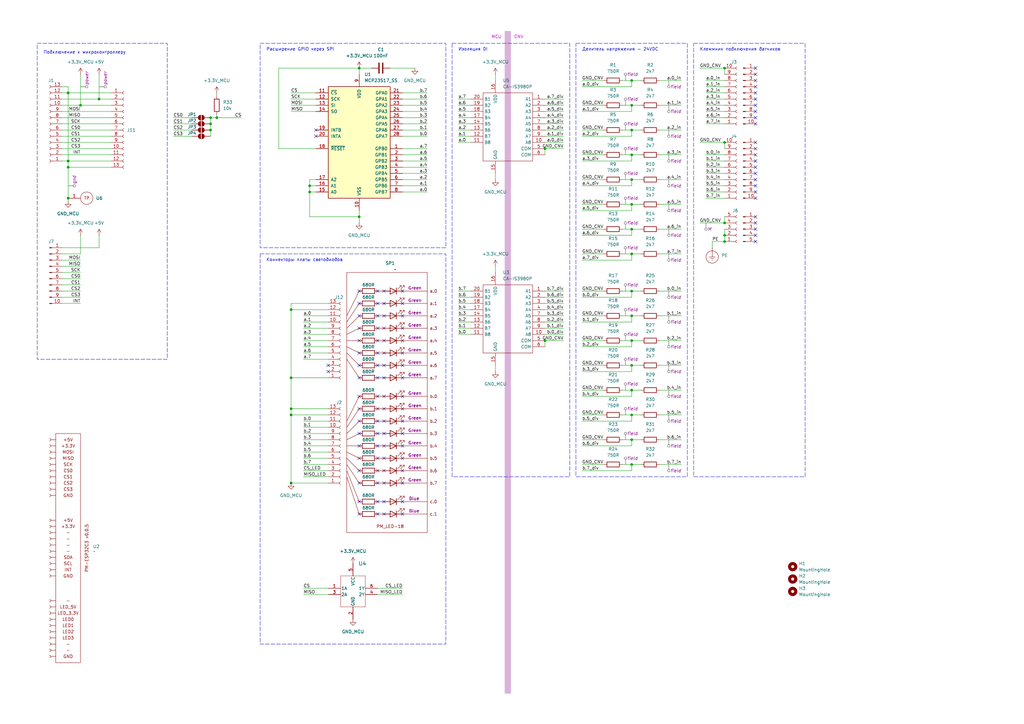
<source format=kicad_sch>
(kicad_sch (version 20250114) (generator "eeschema") (generator_version "9.0")
  (paper "A3")
  (title_block (title "${article} v${version}"))
  (rectangle (start 236.22 17.78) (end 281.94 195.58) (stroke (width 0) (type dash)))
  (rectangle (start 15.24 17.78) (end 68.58 147.32) (stroke (width 0) (type dash)))
  (rectangle (start 185.42 17.78) (end 233.68 195.58) (stroke (width 0) (type dash)))
  (rectangle (start 106.68 104.14) (end 182.88 264.16) (stroke (width 0) (type dash)))
  (rectangle (start 207.01 12.7) (end 209.55 284.48) (stroke (width -0.0001) (type dot) (color 72 0 0 0.68)) (fill (type color) (color 132 0 132 0.3)))
  (rectangle (start 284.48 17.78) (end 330.2 195.58) (stroke (width 0) (type dash)))
  (rectangle (start 106.68 17.78) (end 182.88 101.6) (stroke (width 0) (type dash)))
  (text "Делитель напряжения - 24VDC" (at 238.76 20.32 0) (effects (font (size 1.27 1.27)) (justify left)))
  (text "Подключение к микроконтроллеру" (at 17.78 20.828 0) (effects (font (size 1.27 1.27)) (justify left top)))
  (text "Клеммник подключения датчиков" (at 287.02 20.32 0) (effects (font (size 1.27 1.27)) (justify left)))
  (text "CNV" (at 210.82 15.24 0) (effects (font (size 1.27 1.27)) (justify left)))
  (text "Расширение GPIO через SPI" (at 109.22 20.32 0) (effects (font (size 1.27 1.27)) (justify left)))
  (text "Изоляция DI" (at 187.96 20.32 0) (effects (font (size 1.27 1.27)) (justify left)))
  (text "Коннекторы платы светодиодов" (at 109.22 106.68 0) (effects (font (size 1.27 1.27)) (justify left)))
  (text "MCU" (at 205.74 15.24 0) (effects (font (size 1.27 1.27)) (justify right)))
  (junction (at 127 78.74))
  (junction (at 259.08 119.38))
  (junction (at 86.36 53.34))
  (junction (at 27.94 68.58))
  (junction (at 259.08 104.14))
  (junction (at 297.18 91.44))
  (junction (at 259.08 180.34))
  (junction (at 259.08 170.18))
  (junction (at 86.36 50.8))
  (junction (at 27.94 66.04))
  (junction (at 86.36 48.26))
  (junction (at 27.94 81.28))
  (junction (at 259.08 83.82))
  (junction (at 259.08 33.02))
  (junction (at 119.38 170.18))
  (junction (at 297.18 58.42))
  (junction (at 259.08 160.02))
  (junction (at 119.38 154.94))
  (junction (at 259.08 73.66))
  (junction (at 297.18 27.94))
  (junction (at 259.08 139.7))
  (junction (at 259.08 43.18))
  (junction (at 40.64 40.64))
  (junction (at 147.32 27.94))
  (junction (at 259.08 149.86))
  (junction (at 297.18 96.52))
  (junction (at 147.32 88.9))
  (junction (at 27.94 38.1))
  (junction (at 119.38 127))
  (junction (at 127 76.2))
  (junction (at 259.08 53.34))
  (junction (at 259.08 129.54))
  (junction (at 223.52 60.96))
  (junction (at 259.08 190.5))
  (junction (at 119.38 167.64))
  (junction (at 223.52 139.7))
  (junction (at 88.9 48.26))
  (junction (at 259.08 93.98))
  (junction (at 119.38 198.12))
  (junction (at 297.18 99.06))
  (junction (at 33.02 43.18))
  (junction (at 259.08 63.5))
  (no_connect (at 147.32 198.12))
  (no_connect (at 154.94 198.12))
  (no_connect (at 129.54 55.88))
  (no_connect (at 309.88 50.8))
  (no_connect (at 147.32 182.88))
  (no_connect (at 309.88 71.12))
  (no_connect (at 157.48 177.8))
  (no_connect (at 154.94 187.96))
  (no_connect (at 154.94 139.7))
  (no_connect (at 147.32 177.8))
  (no_connect (at 147.32 139.7))
  (no_connect (at 154.94 177.8))
  (no_connect (at 165.1 205.74))
  (no_connect (at 309.88 88.9))
  (no_connect (at 165.1 162.56))
  (no_connect (at 154.94 172.72))
  (no_connect (at 147.32 134.62))
  (no_connect (at 147.32 187.96))
  (no_connect (at 165.1 119.38))
  (no_connect (at 157.48 193.04))
  (no_connect (at 154.94 144.78))
  (no_connect (at 154.94 167.64))
  (no_connect (at 309.88 78.74))
  (no_connect (at 157.48 162.56))
  (no_connect (at 154.94 205.74))
  (no_connect (at 147.32 119.38))
  (no_connect (at 309.88 99.06))
  (no_connect (at 157.48 149.86))
  (no_connect (at 147.32 144.78))
  (no_connect (at 147.32 154.94))
  (no_connect (at 309.88 60.96))
  (no_connect (at 157.48 210.82))
  (no_connect (at 309.88 93.98))
  (no_connect (at 147.32 129.54))
  (no_connect (at 147.32 193.04))
  (no_connect (at 157.48 182.88))
  (no_connect (at 165.1 172.72))
  (no_connect (at 165.1 177.8))
  (no_connect (at 154.94 182.88))
  (no_connect (at 154.94 154.94))
  (no_connect (at 165.1 187.96))
  (no_connect (at 309.88 68.58))
  (no_connect (at 165.1 182.88))
  (no_connect (at 154.94 162.56))
  (no_connect (at 309.88 38.1))
  (no_connect (at 154.94 149.86))
  (no_connect (at 134.62 149.86))
  (no_connect (at 147.32 205.74))
  (no_connect (at 309.88 73.66))
  (no_connect (at 147.32 149.86))
  (no_connect (at 154.94 129.54))
  (no_connect (at 134.62 152.4))
  (no_connect (at 309.88 81.28))
  (no_connect (at 309.88 66.04))
  (no_connect (at 309.88 33.02))
  (no_connect (at 147.32 210.82))
  (no_connect (at 309.88 30.48))
  (no_connect (at 154.94 210.82))
  (no_connect (at 309.88 40.64))
  (no_connect (at 154.94 119.38))
  (no_connect (at 309.88 48.26))
  (no_connect (at 165.1 210.82))
  (no_connect (at 147.32 167.64))
  (no_connect (at 157.48 172.72))
  (no_connect (at 165.1 124.46))
  (no_connect (at 309.88 96.52))
  (no_connect (at 309.88 63.5))
  (no_connect (at 165.1 193.04))
  (no_connect (at 157.48 198.12))
  (no_connect (at 147.32 172.72))
  (no_connect (at 309.88 43.18))
  (no_connect (at 157.48 134.62))
  (no_connect (at 157.48 144.78))
  (no_connect (at 154.94 134.62))
  (no_connect (at 154.94 124.46))
  (no_connect (at 157.48 119.38))
  (no_connect (at 157.48 187.96))
  (no_connect (at 309.88 35.56))
  (no_connect (at 157.48 124.46))
  (no_connect (at 147.32 162.56))
  (no_connect (at 165.1 198.12))
  (no_connect (at 309.88 45.72))
  (no_connect (at 165.1 167.64))
  (no_connect (at 165.1 129.54))
  (no_connect (at 157.48 167.64))
  (no_connect (at 309.88 91.44))
  (no_connect (at 309.88 76.2))
  (no_connect (at 157.48 154.94))
  (no_connect (at 165.1 154.94))
  (no_connect (at 165.1 139.7))
  (no_connect (at 309.88 27.94))
  (no_connect (at 165.1 134.62))
  (no_connect (at 157.48 129.54))
  (no_connect (at 165.1 149.86))
  (no_connect (at 157.48 205.74))
  (no_connect (at 309.88 58.42))
  (no_connect (at 157.48 139.7))
  (no_connect (at 154.94 193.04))
  (no_connect (at 165.1 144.78))
  (no_connect (at 129.54 53.34))
  (no_connect (at 147.32 124.46))
  (wire (pts (xy 259.08 180.34) (xy 262.89 180.34)))
  (wire (pts (xy 25.4 119.38) (xy 33.02 119.38)))
  (wire (pts (xy 231.14 134.62) (xy 223.52 134.62)))
  (wire (pts (xy 238.76 76.2) (xy 259.08 76.2)))
  (wire (pts (xy 259.08 76.2) (xy 259.08 73.66)))
  (wire (pts (xy 259.08 86.36) (xy 259.08 83.82)))
  (wire (pts (xy 231.14 53.34) (xy 223.52 53.34)))
  (wire (pts (xy 270.51 43.18) (xy 279.4 43.18)))
  (wire (pts (xy 270.51 139.7) (xy 279.4 139.7)))
  (wire (pts (xy 127 73.66) (xy 127 76.2)))
  (wire (pts (xy 25.4 45.72) (xy 45.72 45.72)))
  (wire (pts (xy 193.04 43.18) (xy 187.96 43.18)))
  (wire (pts (xy 259.08 33.02) (xy 262.89 33.02)))
  (wire (pts (xy 71.12 50.8) (xy 78.74 50.8)))
  (wire (pts (xy 223.52 60.96) (xy 223.52 63.5)))
  (wire (pts (xy 292.1 101.6) (xy 292.1 99.06)))
  (wire (pts (xy 259.08 139.7) (xy 262.89 139.7)))
  (wire (pts (xy 203.2 152.4) (xy 203.2 149.86)))
  (wire (pts (xy 270.51 170.18) (xy 279.4 170.18)))
  (wire (pts (xy 289.56 73.66) (xy 297.18 73.66)))
  (wire (pts (xy 238.76 142.24) (xy 259.08 142.24)))
  (wire (pts (xy 187.96 127) (xy 193.04 127)))
  (wire (pts (xy 238.76 106.68) (xy 259.08 106.68)))
  (wire (pts (xy 259.08 93.98) (xy 262.89 93.98)))
  (wire (pts (xy 27.94 68.58) (xy 45.72 68.58)))
  (wire (pts (xy 175.26 45.72) (xy 165.1 45.72)))
  (wire (pts (xy 147.32 27.94) (xy 147.32 30.48)))
  (wire (pts (xy 259.08 182.88) (xy 259.08 180.34)))
  (wire (pts (xy 259.08 170.18) (xy 262.89 170.18)))
  (wire (pts (xy 259.08 162.56) (xy 259.08 160.02)))
  (wire (pts (xy 25.4 109.22) (xy 33.02 109.22)))
  (wire (pts (xy 270.51 33.02) (xy 279.4 33.02)))
  (wire (pts (xy 238.76 104.14) (xy 247.65 104.14)))
  (wire (pts (xy 231.14 58.42) (xy 223.52 58.42)))
  (wire (pts (xy 297.18 96.52) (xy 297.18 99.06)))
  (wire (pts (xy 238.76 86.36) (xy 259.08 86.36)))
  (wire (pts (xy 255.27 160.02) (xy 259.08 160.02)))
  (wire (pts (xy 270.51 104.14) (xy 279.4 104.14)))
  (wire (pts (xy 270.51 53.34) (xy 279.4 53.34)))
  (wire (pts (xy 134.62 198.12) (xy 119.38 198.12)))
  (wire (pts (xy 187.96 58.42) (xy 193.04 58.42)))
  (wire (pts (xy 127 76.2) (xy 129.54 76.2)))
  (wire (pts (xy 129.54 40.64) (xy 119.38 40.64)))
  (wire (pts (xy 238.76 139.7) (xy 247.65 139.7)))
  (wire (pts (xy 129.54 73.66) (xy 127 73.66)))
  (wire (pts (xy 134.62 170.18) (xy 119.38 170.18)))
  (wire (pts (xy 119.38 154.94) (xy 119.38 167.64)))
  (wire (pts (xy 231.14 129.54) (xy 223.52 129.54)))
  (wire (pts (xy 270.51 119.38) (xy 279.4 119.38)))
  (wire (pts (xy 129.54 43.18) (xy 119.38 43.18)))
  (wire (pts (xy 127 76.2) (xy 127 78.74)))
  (wire (pts (xy 255.27 180.34) (xy 259.08 180.34)))
  (wire (pts (xy 27.94 35.56) (xy 27.94 38.1)))
  (wire (pts (xy 25.4 53.34) (xy 45.72 53.34)))
  (wire (pts (xy 187.96 119.38) (xy 193.04 119.38)))
  (wire (pts (xy 238.76 43.18) (xy 247.65 43.18)))
  (wire (pts (xy 259.08 129.54) (xy 259.08 132.08)))
  (wire (pts (xy 33.02 96.52) (xy 33.02 104.14)))
  (wire (pts (xy 134.62 134.62) (xy 124.46 134.62)))
  (wire (pts (xy 259.08 43.18) (xy 259.08 45.72)))
  (wire (pts (xy 259.08 142.24) (xy 259.08 139.7)))
  (wire (pts (xy 114.3 27.94) (xy 147.32 27.94)))
  (wire (pts (xy 134.62 147.32) (xy 124.46 147.32)))
  (wire (pts (xy 25.4 38.1) (xy 27.94 38.1)))
  (wire (pts (xy 238.76 66.04) (xy 259.08 66.04)))
  (wire (pts (xy 259.08 55.88) (xy 259.08 53.34)))
  (wire (pts (xy 238.76 152.4) (xy 259.08 152.4)))
  (wire (pts (xy 289.56 43.18) (xy 297.18 43.18)))
  (wire (pts (xy 255.27 63.5) (xy 259.08 63.5)))
  (wire (pts (xy 289.56 68.58) (xy 297.18 68.58)))
  (wire (pts (xy 119.38 124.46) (xy 119.38 127)))
  (wire (pts (xy 175.26 48.26) (xy 165.1 48.26)))
  (wire (pts (xy 238.76 55.88) (xy 259.08 55.88)))
  (wire (pts (xy 193.04 40.64) (xy 187.96 40.64)))
  (wire (pts (xy 255.27 129.54) (xy 259.08 129.54)))
  (wire (pts (xy 270.51 93.98) (xy 279.4 93.98)))
  (wire (pts (xy 134.62 172.72) (xy 124.46 172.72)))
  (wire (pts (xy 255.27 93.98) (xy 259.08 93.98)))
  (wire (pts (xy 154.94 243.84) (xy 165.1 243.84)))
  (wire (pts (xy 270.51 129.54) (xy 279.4 129.54)))
  (wire (pts (xy 154.94 241.3) (xy 165.1 241.3)))
  (wire (pts (xy 134.62 144.78) (xy 124.46 144.78)))
  (wire (pts (xy 134.62 185.42) (xy 124.46 185.42)))
  (wire (pts (xy 134.62 167.64) (xy 119.38 167.64)))
  (wire (pts (xy 297.18 91.44) (xy 297.18 88.9)))
  (wire (pts (xy 134.62 127) (xy 119.38 127)))
  (wire (pts (xy 175.26 66.04) (xy 165.1 66.04)))
  (wire (pts (xy 238.76 96.52) (xy 259.08 96.52)))
  (wire (pts (xy 187.96 45.72) (xy 193.04 45.72)))
  (wire (pts (xy 238.76 121.92) (xy 259.08 121.92)))
  (wire (pts (xy 175.26 73.66) (xy 165.1 73.66)))
  (wire (pts (xy 231.14 45.72) (xy 223.52 45.72)))
  (wire (pts (xy 88.9 48.26) (xy 99.06 48.26)))
  (wire (pts (xy 238.76 172.72) (xy 259.08 172.72)))
  (wire (pts (xy 289.56 78.74) (xy 297.18 78.74)))
  (wire (pts (xy 114.3 60.96) (xy 114.3 27.94)))
  (wire (pts (xy 289.56 81.28) (xy 297.18 81.28)))
  (wire (pts (xy 238.76 180.34) (xy 247.65 180.34)))
  (wire (pts (xy 27.94 68.58) (xy 27.94 81.28)))
  (wire (pts (xy 292.1 99.06) (xy 297.18 99.06)))
  (wire (pts (xy 255.27 83.82) (xy 259.08 83.82)))
  (wire (pts (xy 255.27 73.66) (xy 259.08 73.66)))
  (wire (pts (xy 147.32 91.44) (xy 147.32 88.9)))
  (wire (pts (xy 134.62 139.7) (xy 124.46 139.7)))
  (wire (pts (xy 259.08 53.34) (xy 262.89 53.34)))
  (wire (pts (xy 289.56 40.64) (xy 297.18 40.64)))
  (wire (pts (xy 223.52 139.7) (xy 231.14 139.7)))
  (wire (pts (xy 27.94 38.1) (xy 45.72 38.1)))
  (wire (pts (xy 238.76 53.34) (xy 247.65 53.34)))
  (wire (pts (xy 259.08 66.04) (xy 259.08 63.5)))
  (wire (pts (xy 27.94 66.04) (xy 45.72 66.04)))
  (wire (pts (xy 238.76 162.56) (xy 259.08 162.56)))
  (wire (pts (xy 25.4 55.88) (xy 45.72 55.88)))
  (wire (pts (xy 175.26 55.88) (xy 165.1 55.88)))
  (wire (pts (xy 259.08 73.66) (xy 262.89 73.66)))
  (wire (pts (xy 134.62 142.24) (xy 124.46 142.24)))
  (wire (pts (xy 255.27 170.18) (xy 259.08 170.18)))
  (wire (pts (xy 33.02 43.18) (xy 45.72 43.18)))
  (wire (pts (xy 147.32 88.9) (xy 127 88.9)))
  (wire (pts (xy 255.27 33.02) (xy 259.08 33.02)))
  (wire (pts (xy 238.76 190.5) (xy 247.65 190.5)))
  (wire (pts (xy 187.96 55.88) (xy 193.04 55.88)))
  (wire (pts (xy 33.02 30.48) (xy 33.02 43.18)))
  (wire (pts (xy 238.76 93.98) (xy 247.65 93.98)))
  (wire (pts (xy 25.4 116.84) (xy 33.02 116.84)))
  (wire (pts (xy 203.2 109.22) (xy 203.2 111.76)))
  (wire (pts (xy 71.12 48.26) (xy 78.74 48.26)))
  (wire (pts (xy 231.14 132.08) (xy 223.52 132.08)))
  (wire (pts (xy 259.08 33.02) (xy 259.08 35.56)))
  (wire (pts (xy 25.4 106.68) (xy 33.02 106.68)))
  (wire (pts (xy 27.94 38.1) (xy 27.94 66.04)))
  (wire (pts (xy 203.2 30.48) (xy 203.2 33.02)))
  (wire (pts (xy 231.14 121.92) (xy 223.52 121.92)))
  (wire (pts (xy 231.14 48.26) (xy 223.52 48.26)))
  (wire (pts (xy 231.14 55.88) (xy 223.52 55.88)))
  (wire (pts (xy 187.96 129.54) (xy 193.04 129.54)))
  (wire (pts (xy 270.51 190.5) (xy 279.4 190.5)))
  (wire (pts (xy 259.08 119.38) (xy 262.89 119.38)))
  (wire (pts (xy 259.08 106.68) (xy 259.08 104.14)))
  (wire (pts (xy 238.76 83.82) (xy 247.65 83.82)))
  (wire (pts (xy 27.94 68.58) (xy 27.94 66.04)))
  (wire (pts (xy 88.9 46.99) (xy 88.9 48.26)))
  (wire (pts (xy 270.51 73.66) (xy 279.4 73.66)))
  (wire (pts (xy 297.18 27.94) (xy 287.02 27.94)))
  (wire (pts (xy 33.02 104.14) (xy 25.4 104.14)))
  (wire (pts (xy 238.76 160.02) (xy 247.65 160.02)))
  (wire (pts (xy 134.62 129.54) (xy 124.46 129.54)))
  (wire (pts (xy 231.14 50.8) (xy 223.52 50.8)))
  (wire (pts (xy 175.26 40.64) (xy 165.1 40.64)))
  (wire (pts (xy 289.56 35.56) (xy 297.18 35.56)))
  (wire (pts (xy 175.26 38.1) (xy 165.1 38.1)))
  (wire (pts (xy 223.52 43.18) (xy 231.14 43.18)))
  (wire (pts (xy 134.62 137.16) (xy 124.46 137.16)))
  (wire (pts (xy 127 78.74) (xy 127 88.9)))
  (wire (pts (xy 238.76 35.56) (xy 259.08 35.56)))
  (wire (pts (xy 175.26 78.74) (xy 165.1 78.74)))
  (wire (pts (xy 289.56 33.02) (xy 297.18 33.02)))
  (wire (pts (xy 129.54 45.72) (xy 119.38 45.72)))
  (wire (pts (xy 255.27 139.7) (xy 259.08 139.7)))
  (wire (pts (xy 129.54 38.1) (xy 119.38 38.1)))
  (wire (pts (xy 259.08 149.86) (xy 262.89 149.86)))
  (wire (pts (xy 187.96 48.26) (xy 193.04 48.26)))
  (wire (pts (xy 124.46 241.3) (xy 134.62 241.3)))
  (wire (pts (xy 25.4 121.92) (xy 33.02 121.92)))
  (wire (pts (xy 86.36 53.34) (xy 86.36 55.88)))
  (wire (pts (xy 25.4 66.04) (xy 27.94 66.04)))
  (wire (pts (xy 270.51 149.86) (xy 279.4 149.86)))
  (wire (pts (xy 270.51 83.82) (xy 279.4 83.82)))
  (wire (pts (xy 238.76 119.38) (xy 247.65 119.38)))
  (wire (pts (xy 231.14 137.16) (xy 223.52 137.16)))
  (wire (pts (xy 289.56 71.12) (xy 297.18 71.12)))
  (wire (pts (xy 175.26 43.18) (xy 165.1 43.18)))
  (wire (pts (xy 134.62 195.58) (xy 124.46 195.58)))
  (wire (pts (xy 223.52 40.64) (xy 231.14 40.64)))
  (wire (pts (xy 86.36 50.8) (xy 86.36 53.34)))
  (wire (pts (xy 259.08 119.38) (xy 259.08 121.92)))
  (wire (pts (xy 187.96 121.92) (xy 193.04 121.92)))
  (wire (pts (xy 289.56 38.1) (xy 297.18 38.1)))
  (wire (pts (xy 170.18 27.94) (xy 160.02 27.94)))
  (wire (pts (xy 289.56 76.2) (xy 297.18 76.2)))
  (wire (pts (xy 289.56 50.8) (xy 297.18 50.8)))
  (wire (pts (xy 40.64 40.64) (xy 25.4 40.64)))
  (wire (pts (xy 134.62 154.94) (xy 119.38 154.94)))
  (wire (pts (xy 175.26 63.5) (xy 165.1 63.5)))
  (wire (pts (xy 175.26 50.8) (xy 165.1 50.8)))
  (wire (pts (xy 175.26 60.96) (xy 165.1 60.96)))
  (wire (pts (xy 25.4 111.76) (xy 33.02 111.76)))
  (wire (pts (xy 238.76 73.66) (xy 247.65 73.66)))
  (wire (pts (xy 134.62 187.96) (xy 124.46 187.96)))
  (wire (pts (xy 187.96 134.62) (xy 193.04 134.62)))
  (wire (pts (xy 259.08 63.5) (xy 262.89 63.5)))
  (wire (pts (xy 88.9 38.1) (xy 88.9 39.37)))
  (wire (pts (xy 134.62 193.04) (xy 124.46 193.04)))
  (wire (pts (xy 259.08 172.72) (xy 259.08 170.18)))
  (wire (pts (xy 289.56 45.72) (xy 297.18 45.72)))
  (wire (pts (xy 238.76 45.72) (xy 259.08 45.72)))
  (wire (pts (xy 259.08 193.04) (xy 259.08 190.5)))
  (wire (pts (xy 289.56 63.5) (xy 297.18 63.5)))
  (wire (pts (xy 289.56 66.04) (xy 297.18 66.04)))
  (wire (pts (xy 255.27 104.14) (xy 259.08 104.14)))
  (wire (pts (xy 134.62 132.08) (xy 124.46 132.08)))
  (wire (pts (xy 238.76 33.02) (xy 247.65 33.02)))
  (wire (pts (xy 259.08 104.14) (xy 262.89 104.14)))
  (wire (pts (xy 187.96 132.08) (xy 193.04 132.08)))
  (wire (pts (xy 25.4 114.3) (xy 33.02 114.3)))
  (wire (pts (xy 259.08 96.52) (xy 259.08 93.98)))
  (wire (pts (xy 27.94 81.28) (xy 27.94 82.55)))
  (wire (pts (xy 238.76 193.04) (xy 259.08 193.04)))
  (wire (pts (xy 259.08 152.4) (xy 259.08 149.86)))
  (wire (pts (xy 175.26 76.2) (xy 165.1 76.2)))
  (wire (pts (xy 238.76 149.86) (xy 247.65 149.86)))
  (wire (pts (xy 297.18 96.52) (xy 297.18 93.98)))
  (wire (pts (xy 231.14 127) (xy 223.52 127)))
  (wire (pts (xy 147.32 86.36) (xy 147.32 88.9)))
  (wire (pts (xy 71.12 55.88) (xy 78.74 55.88)))
  (wire (pts (xy 40.64 30.48) (xy 40.64 40.64)))
  (wire (pts (xy 297.18 58.42) (xy 297.18 60.96)))
  (wire (pts (xy 270.51 63.5) (xy 279.4 63.5)))
  (wire (pts (xy 203.2 73.66) (xy 203.2 71.12)))
  (wire (pts (xy 25.4 48.26) (xy 45.72 48.26)))
  (wire (pts (xy 223.52 139.7) (xy 223.52 142.24)))
  (wire (pts (xy 25.4 63.5) (xy 45.72 63.5)))
  (wire (pts (xy 259.08 160.02) (xy 262.89 160.02)))
  (wire (pts (xy 255.27 53.34) (xy 259.08 53.34)))
  (wire (pts (xy 124.46 190.5) (xy 134.62 190.5)))
  (wire (pts (xy 71.12 53.34) (xy 78.74 53.34)))
  (wire (pts (xy 40.64 40.64) (xy 45.72 40.64)))
  (wire (pts (xy 259.08 43.18) (xy 262.89 43.18)))
  (wire (pts (xy 238.76 129.54) (xy 247.65 129.54)))
  (wire (pts (xy 25.4 58.42) (xy 45.72 58.42)))
  (wire (pts (xy 223.52 60.96) (xy 231.14 60.96)))
  (wire (pts (xy 238.76 63.5) (xy 247.65 63.5)))
  (wire (pts (xy 255.27 190.5) (xy 259.08 190.5)))
  (wire (pts (xy 33.02 43.18) (xy 25.4 43.18)))
  (wire (pts (xy 86.36 48.26) (xy 86.36 50.8)))
  (wire (pts (xy 124.46 243.84) (xy 134.62 243.84)))
  (wire (pts (xy 259.08 190.5) (xy 262.89 190.5)))
  (wire (pts (xy 147.32 27.94) (xy 152.4 27.94)))
  (wire (pts (xy 238.76 132.08) (xy 259.08 132.08)))
  (wire (pts (xy 255.27 43.18) (xy 259.08 43.18)))
  (wire (pts (xy 187.96 50.8) (xy 193.04 50.8)))
  (wire (pts (xy 40.64 101.6) (xy 40.64 96.52)))
  (wire (pts (xy 255.27 149.86) (xy 259.08 149.86)))
  (wire (pts (xy 289.56 48.26) (xy 297.18 48.26)))
  (wire (pts (xy 187.96 137.16) (xy 193.04 137.16)))
  (wire (pts (xy 175.26 53.34) (xy 165.1 53.34)))
  (wire (pts (xy 231.14 119.38) (xy 223.52 119.38)))
  (wire (pts (xy 119.38 170.18) (xy 119.38 198.12)))
  (wire (pts (xy 25.4 101.6) (xy 40.64 101.6)))
  (wire (pts (xy 187.96 53.34) (xy 193.04 53.34)))
  (wire (pts (xy 187.96 124.46) (xy 193.04 124.46)))
  (wire (pts (xy 297.18 27.94) (xy 297.18 30.48)))
  (wire (pts (xy 25.4 124.46) (xy 33.02 124.46)))
  (wire (pts (xy 134.62 180.34) (xy 124.46 180.34)))
  (wire (pts (xy 134.62 177.8) (xy 124.46 177.8)))
  (wire (pts (xy 129.54 60.96) (xy 114.3 60.96)))
  (wire (pts (xy 25.4 35.56) (xy 27.94 35.56)))
  (wire (pts (xy 270.51 160.02) (xy 279.4 160.02)))
  (wire (pts (xy 127 78.74) (xy 129.54 78.74)))
  (wire (pts (xy 270.51 180.34) (xy 279.4 180.34)))
  (wire (pts (xy 134.62 182.88) (xy 124.46 182.88)))
  (wire (pts (xy 255.27 119.38) (xy 259.08 119.38)))
  (wire (pts (xy 25.4 60.96) (xy 45.72 60.96)))
  (wire (pts (xy 231.14 124.46) (xy 223.52 124.46)))
  (wire (pts (xy 175.26 68.58) (xy 165.1 68.58)))
  (wire (pts (xy 297.18 58.42) (xy 287.02 58.42)))
  (wire (pts (xy 238.76 170.18) (xy 247.65 170.18)))
  (wire (pts (xy 134.62 124.46) (xy 119.38 124.46)))
  (wire (pts (xy 86.36 48.26) (xy 88.9 48.26)))
  (wire (pts (xy 238.76 182.88) (xy 259.08 182.88)))
  (wire (pts (xy 287.02 91.44) (xy 297.18 91.44)))
  (wire (pts (xy 119.38 127) (xy 119.38 154.94)))
  (wire (pts (xy 175.26 71.12) (xy 165.1 71.12)))
  (wire (pts (xy 119.38 167.64) (xy 119.38 170.18)))
  (wire (pts (xy 259.08 129.54) (xy 262.89 129.54)))
  (wire (pts (xy 259.08 83.82) (xy 262.89 83.82)))
  (wire (pts (xy 25.4 50.8) (xy 45.72 50.8)))
  (wire (pts (xy 134.62 175.26) (xy 124.46 175.26)))
  (label "b.6_div" (at 238.76 182.88 0))
  (label "MISO_LED" (at 124.46 195.58 0))
  (label "a.7" (at 187.96 40.64 0))
  (label "a.1_div" (at 238.76 45.72 0))
  (label "b.0_div" (at 238.76 121.92 0))
  (label "a.3_div" (at 231.14 50.8 180))
  (label "GND_CNV" (at 287.02 58.42 0))
  (label "a.7" (at 124.46 147.32 0))
  (label "a.2_div" (at 231.14 53.34 180))
  (label "a.7_in" (at 289.56 50.8 0))
  (label "b.1_div" (at 231.14 134.62 180))
  (label "a.3_div" (at 238.76 66.04 0))
  (label "MOSI" (at 119.38 43.18 0))
  (label "b.7" (at 175.26 38.1 180))
  (label "b.0_div" (at 231.14 137.16 180))
  (label "a.5_div" (at 231.14 45.72 180))
  (label "MISO" (at 119.38 45.72 0))
  (label "a.0_in" (at 289.56 33.02 0))
  (label "a.2" (at 175.26 73.66 180))
  (label "b.2_in" (at 289.56 68.58 0))
  (label "a.5" (at 175.26 66.04 180))
  (label "b.0" (at 187.96 137.16 0))
  (label "GND_CNV" (at 238.76 104.14 0))
  (label "b.1_in" (at 289.56 66.04 0))
  (label "a.5" (at 187.96 45.72 0))
  (label "b.7" (at 124.46 190.5 0))
  (label "b.5_in" (at 279.4 170.18 180))
  (label "GND_CNV" (at 238.76 129.54 0))
  (label "GND_CNV" (at 231.14 60.96 180))
  (label "a.4_div" (at 231.14 48.26 180))
  (label "b.4_in" (at 279.4 160.02 180))
  (label "a.5_in" (at 279.4 83.82 180))
  (label "MOSI" (at 33.02 45.72 180))
  (label "CS" (at 119.38 38.1 0))
  (label "b.3" (at 187.96 129.54 0))
  (label "CS0" (at 71.12 48.26 0))
  (label "CS3" (at 33.02 121.92 180))
  (label "GND_CNV" (at 238.76 180.34 0))
  (label "CS_LED" (at 165.1 241.3 180))
  (label "GND_CNV" (at 238.76 73.66 0))
  (label "a.5_in" (at 289.56 45.72 0))
  (label "a.1" (at 187.96 55.88 0))
  (label "a.4" (at 175.26 68.58 180))
  (label "a.4_div" (at 238.76 76.2 0))
  (label "CS2" (at 71.12 53.34 0))
  (label "GND_CNV" (at 238.76 190.5 0))
  (label "CS_LED" (at 124.46 193.04 0))
  (label "b.4" (at 124.46 182.88 0))
  (label "a.0" (at 187.96 58.42 0))
  (label "a.6" (at 175.26 63.5 180))
  (label "GND_CNV" (at 238.76 53.34 0))
  (label "GND_CNV" (at 238.76 170.18 0))
  (label "CS2" (at 33.02 119.38 180))
  (label "MISO_LED" (at 165.1 243.84 180))
  (label "a.7" (at 175.26 60.96 180))
  (label "a.4" (at 124.46 139.7 0))
  (label "a.3_in" (at 279.4 63.5 180))
  (label "CS3" (at 71.12 55.88 0))
  (label "GND_CNV" (at 238.76 43.18 0))
  (label "b.3" (at 124.46 180.34 0))
  (label "a.6" (at 187.96 43.18 0))
  (label "b.5_in" (at 289.56 76.2 0))
  (label "b.2" (at 124.46 177.8 0))
  (label "b.7_div" (at 238.76 193.04 0))
  (label "MISO" (at 33.02 48.26 180))
  (label "b.0_in" (at 289.56 63.5 0))
  (label "CS0" (at 33.02 114.3 180))
  (label "a.6" (at 124.46 144.78 0))
  (label "b.2_div" (at 231.14 132.08 180))
  (label "b.4" (at 187.96 127 0))
  (label "CS1" (at 71.12 50.8 0))
  (label "b.6" (at 124.46 187.96 0))
  (label "b.4" (at 175.26 45.72 180))
  (label "GND_CNV" (at 238.76 160.02 0))
  (label "CS" (at 99.06 48.26 180))
  (label "CS3" (at 33.02 60.96 180))
  (label "a.0" (at 175.26 78.74 180))
  (label "GND_CNV" (at 238.76 139.7 0))
  (label "b.6_in" (at 289.56 78.74 0))
  (label "CS1" (at 33.02 55.88 180))
  (label "b.0_in" (at 279.4 119.38 180))
  (label "a.4_in" (at 279.4 73.66 180))
  (label "CS0" (at 33.02 53.34 180))
  (label "b.6_in" (at 279.4 180.34 180))
  (label "b.6" (at 187.96 121.92 0))
  (label "GND_CNV" (at 231.14 139.7 180))
  (label "b.1_div" (at 238.76 132.08 0))
  (label "MISO" (at 124.46 243.84 0))
  (label "SCK" (at 33.02 111.76 180))
  (label "a.1_div" (at 231.14 55.88 180))
  (label "a.0_div" (at 238.76 35.56 0))
  (label "b.6" (at 175.26 40.64 180))
  (label "INT" (at 33.02 124.46 180))
  (label "a.7_in" (at 279.4 104.14 180))
  (label "CS1" (at 33.02 116.84 180))
  (label "a.1" (at 124.46 132.08 0))
  (label "PE" (at 292.1 99.06 0))
  (label "a.4" (at 187.96 48.26 0))
  (label "a.5" (at 124.46 142.24 0))
  (label "b.7_in" (at 289.56 81.28 0))
  (label "b.7_in" (at 279.4 190.5 180))
  (label "a.1" (at 175.26 76.2 180))
  (label "a.0" (at 124.46 129.54 0))
  (label "SCK" (at 119.38 40.64 0))
  (label "b.5_div" (at 231.14 124.46 180))
  (label "GND_CNV" (at 238.76 63.5 0))
  (label "a.1_in" (at 289.56 35.56 0))
  (label "b.3_div" (at 238.76 152.4 0))
  (label "b.4_div" (at 238.76 162.56 0))
  (label "a.6_div" (at 231.14 43.18 180))
  (label "a.2_div" (at 238.76 55.88 0))
  (label "a.3_in" (at 289.56 40.64 0))
  (label "a.3" (at 175.26 71.12 180))
  (label "GND_CNV" (at 238.76 33.02 0))
  (label "a.2" (at 187.96 53.34 0))
  (label "a.0_in" (at 279.4 33.02 180))
  (label "MOSI" (at 33.02 106.68 180))
  (label "GND_CNV" (at 287.02 91.44 0))
  (label "a.3" (at 187.96 50.8 0))
  (label "b.3" (at 175.26 48.26 180))
  (label "b.2" (at 187.96 132.08 0))
  (label "a.5_div" (at 238.76 86.36 0))
  (label "b.1" (at 175.26 53.34 180))
  (label "b.5" (at 124.46 185.42 0))
  (label "b.3_in" (at 289.56 71.12 0))
  (label "b.2_in" (at 279.4 139.7 180))
  (label "b.1" (at 124.46 175.26 0))
  (label "a.6_div" (at 238.76 96.52 0))
  (label "a.7_div" (at 238.76 106.68 0))
  (label "b.7" (at 187.96 119.38 0))
  (label "CS2" (at 33.02 58.42 180))
  (label "a.2" (at 124.46 134.62 0))
  (label "b.5_div" (at 238.76 172.72 0))
  (label "b.4_in" (at 289.56 73.66 0))
  (label "b.7_div" (at 231.14 119.38 180))
  (label "a.6_in" (at 289.56 48.26 0))
  (label "b.0" (at 175.26 55.88 180))
  (label "a.7_div" (at 231.14 40.64 180))
  (label "a.6_in" (at 279.4 93.98 180))
  (label "SCK" (at 33.02 50.8 180))
  (label "a.2_in" (at 289.56 38.1 0))
  (label "a.3" (at 124.46 137.16 0))
  (label "b.4_div" (at 231.14 127 180))
  (label "b.1" (at 187.96 134.62 0))
  (label "b.1_in" (at 279.4 129.54 180))
  (label "b.2" (at 175.26 50.8 180))
  (label "b.3_in" (at 279.4 149.86 180))
  (label "b.5" (at 175.26 43.18 180))
  (label "b.3_div" (at 231.14 129.54 180))
  (label "a.1_in" (at 279.4 43.18 180))
  (label "INT" (at 33.02 63.5 180))
  (label "GND_CNV" (at 238.76 93.98 0))
  (label "a.4_in" (at 289.56 43.18 0))
  (label "b.2_div" (at 238.76 142.24 0))
  (label "a.0_div" (at 231.14 58.42 180))
  (label "b.0" (at 124.46 172.72 0))
  (label "b.6_div" (at 231.14 121.92 180))
  (label "a.2_in" (at 279.4 53.34 180))
  (label "b.5" (at 187.96 124.46 0))
  (label "GND_CNV" (at 238.76 83.82 0))
  (label "MISO" (at 33.02 109.22 180))
  (label "GND_CNV" (at 238.76 149.86 0))
  (label "GND_CNV" (at 287.02 27.94 0))
  (label "GND_CNV" (at 238.76 119.38 0))
  (label "CS" (at 124.46 241.3 0))
  (netclass_flag "" (length 2.54) (shape round) (at 274.32 83.82 180) (property "Netclass" "field" (at 275.0185 86.36 0) (effects (font (italic yes)) (justify left))))
  (netclass_flag "" (length 2.54) (shape round) (at 256.54 73.66 0) (property "Netclass" "field" (at 257.2385 71.12 0) (effects (font (italic yes)) (justify left))))
  (netclass_flag "" (length 2.54) (shape round) (at 256.54 43.18 0) (property "Netclass" "field" (at 257.2385 40.64 0) (effects (font (italic yes)) (justify left))))
  (netclass_flag "" (length 2.54) (shape round) (at 274.32 73.66 180) (property "Netclass" "field" (at 275.0185 76.2 0) (effects (font (italic yes)) (justify left))))
  (netclass_flag "" (length 2.54) (shape round) (at 274.32 190.5 180) (property "Netclass" "field" (at 275.0185 193.04 0) (effects (font (italic yes)) (justify left))))
  (netclass_flag "" (length 2.54) (shape round) (at 256.54 53.34 0) (property "Netclass" "field" (at 257.2385 50.8 0) (effects (font (italic yes)) (justify left))))
  (netclass_flag "" (length 2.54) (shape round) (at 274.32 104.14 180) (property "Netclass" "field" (at 275.0185 106.68 0) (effects (font (italic yes)) (justify left))))
  (netclass_flag "" (length 2.54) (shape round) (at 40.64 35.56 270) (property "Netclass" "power" (at 43.18 34.8615 90) (effects (font (italic yes)) (justify left))))
  (netclass_flag "" (length 2.54) (shape round) (at 274.32 53.34 180) (property "Netclass" "field" (at 275.0185 55.88 0) (effects (font (italic yes)) (justify left))))
  (netclass_flag "" (length 2.54) (shape round) (at 274.32 33.02 180) (property "Netclass" "field" (at 275.0185 35.56 0) (effects (font (italic yes)) (justify left))))
  (netclass_flag "" (length 2.54) (shape round) (at 256.54 129.54 0) (property "Netclass" "field" (at 257.2385 127 0) (effects (font (italic yes)) (justify left))))
  (netclass_flag "" (length 2.54) (shape round) (at 256.54 104.14 0) (property "Netclass" "field" (at 257.2385 101.6 0) (effects (font (italic yes)) (justify left))))
  (netclass_flag "" (length 2.54) (shape round) (at 274.32 180.34 180) (property "Netclass" "field" (at 275.0185 182.88 0) (effects (font (italic yes)) (justify left))))
  (netclass_flag "" (length 2.54) (shape round) (at 274.32 129.54 180) (property "Netclass" "field" (at 275.0185 132.08 0) (effects (font (italic yes)) (justify left))))
  (netclass_flag "" (length 2.54) (shape round) (at 274.32 160.02 180) (property "Netclass" "field" (at 275.0185 162.56 0) (effects (font (italic yes)) (justify left))))
  (netclass_flag "" (length 2.54) (shape round) (at 256.54 180.34 0) (property "Netclass" "field" (at 257.2385 177.8 0) (effects (font (italic yes)) (justify left))))
  (netclass_flag "" (length 2.54) (shape round) (at 274.32 149.86 180) (property "Netclass" "field" (at 275.0185 152.4 0) (effects (font (italic yes)) (justify left))))
  (netclass_flag "" (length 2.54) (shape round) (at 256.54 83.82 0) (property "Netclass" "field" (at 257.2385 81.28 0) (effects (font (italic yes)) (justify left))))
  (netclass_flag "" (length 2.54) (shape round) (at 256.54 63.5 0) (property "Netclass" "field" (at 257.2385 60.96 0) (effects (font (italic yes)) (justify left))))
  (netclass_flag "" (length 2.54) (shape round) (at 256.54 93.98 0) (property "Netclass" "field" (at 257.2385 91.44 0) (effects (font (italic yes)) (justify left))))
  (netclass_flag "" (length 2.54) (shape round) (at 256.54 160.02 0) (property "Netclass" "field" (at 257.2385 157.48 0) (effects (font (italic yes)) (justify left))))
  (netclass_flag "" (length 2.54) (shape round) (at 256.54 170.18 0) (property "Netclass" "field" (at 257.2385 167.64 0) (effects (font (italic yes)) (justify left))))
  (netclass_flag "" (length 2.54) (shape round) (at 33.02 35.56 270) (property "Netclass" "power" (at 35.56 34.8615 90) (effects (font (italic yes)) (justify left))))
  (netclass_flag "" (length 2.54) (shape round) (at 256.54 33.02 0) (property "Netclass" "field" (at 257.2385 30.48 0) (effects (font (italic yes)) (justify left))))
  (netclass_flag "" (length 2.54) (shape round) (at 274.32 170.18 180) (property "Netclass" "field" (at 275.0185 172.72 0) (effects (font (italic yes)) (justify left))))
  (netclass_flag "" (length 2.54) (shape round) (at 274.32 43.18 180) (property "Netclass" "field" (at 275.0185 45.72 0) (effects (font (italic yes)) (justify left))))
  (netclass_flag "" (length 2.54) (shape round) (at 274.32 63.5 180) (property "Netclass" "field" (at 275.0185 66.04 0) (effects (font (italic yes)) (justify left))))
  (netclass_flag "" (length 2.54) (shape round) (at 256.54 190.5 0) (property "Netclass" "field" (at 257.2385 187.96 0) (effects (font (italic yes)) (justify left))))
  (netclass_flag "" (length 2.54) (shape round) (at 256.54 139.7 0) (property "Netclass" "field" (at 257.2385 137.16 0) (effects (font (italic yes)) (justify left))))
  (netclass_flag "" (length 2.54) (shape round) (at 274.32 119.38 180) (property "Netclass" "field" (at 275.0185 121.92 0) (effects (font (italic yes)) (justify left))))
  (netclass_flag "" (length 2.54) (shape round) (at 274.32 93.98 180) (property "Netclass" "field" (at 275.0185 96.52 0) (effects (font (italic yes)) (justify left))))
  (netclass_flag "" (length 2.54) (shape round) (at 274.32 139.7 180) (property "Netclass" "field" (at 275.0185 142.24 0) (effects (font (italic yes)) (justify left))))
  (netclass_flag "" (length 2.54) (shape round) (at 289.56 91.44 180) (property "Netclass" "M" (at 290.2585 93.98 0) (effects (font (italic yes)) (justify left))))
  (netclass_flag "" (length 2.54) (shape round) (at 256.54 119.38 0) (property "Netclass" "field" (at 257.2385 116.84 0) (effects (font (italic yes)) (justify left))))
  (netclass_flag "" (length 2.54) (shape round) (at 256.54 149.86 0) (property "Netclass" "field" (at 257.2385 147.32 0) (effects (font (italic yes)) (justify left))))
  (netclass_flag "" (length 2.54) (shape round) (at 27.94 76.2 270) (property "Netclass" "gnd" (at 30.48 75.5015 90) (effects (font (italic yes)) (justify left))))
  (symbol (lib_id "kicad_inventree_lib:R_680R_0603_1%") (at 151.13 119.38 90) (unit 1) (on_board no)
    (property "Reference" "R34" (effects (hide yes)))
    (property "Value" "680R" (at 151.13 116.84 90))
    (property "Footprint" "Resistor_SMD:R_0603_1608Metric" (effects (hide yes)))
    (property "Datasheet" "http://inventree.network/part/281/" (effects (hide yes)))
    (property "Description" "Resistor" (effects (hide yes)))
    (property "part_ipn" "R_680R_0603_1%" (effects (hide yes)))
  )
  (symbol (lib_id "kicad_inventree_lib:R_2k7_0603_1%") (at 266.7 43.18 90) (unit 1)
    (property "Reference" "R4" (at 266.7 36.83 90))
    (property "Value" "2k7" (at 266.7 39.37 90))
    (property "Footprint" "Resistor_SMD:R_0603_1608Metric" (effects (hide yes)))
    (property "Datasheet" "http://inventree.network/part/246/" (effects (hide yes)))
    (property "Description" "Resistor" (effects (hide yes)))
    (property "part_ipn" "R_2k7_0603_1%" (effects (hide yes)))
  )
  (symbol (lib_id "kicad_inventree_lib:R_680R_0603_1%") (at 151.13 198.12 90) (unit 1) (on_board no)
    (property "Reference" "R49" (effects (hide yes)))
    (property "Value" "680R" (at 151.13 195.58 90))
    (property "Footprint" "Resistor_SMD:R_0603_1608Metric" (effects (hide yes)))
    (property "Datasheet" "http://inventree.network/part/281/" (effects (hide yes)))
    (property "Description" "Resistor" (effects (hide yes)))
    (property "part_ipn" "R_680R_0603_1%" (effects (hide yes)))
  )
  (symbol (lib_id "kicad_inventree_lib:R_2k7_0603_1%") (at 266.7 190.5 90) (unit 1)
    (property "Reference" "R32" (at 266.7 184.15 90))
    (property "Value" "2k7" (at 266.7 186.69 90))
    (property "Footprint" "Resistor_SMD:R_0603_1608Metric" (effects (hide yes)))
    (property "Datasheet" "http://inventree.network/part/246/" (effects (hide yes)))
    (property "Description" "Resistor" (effects (hide yes)))
    (property "part_ipn" "R_2k7_0603_1%" (effects (hide yes)))
  )
  (symbol (lib_id "kicad_inventree_lib:15EDGK-3.5-10P") (at 304.8 38.1 0) (unit 1) (on_board no)
    (property "Reference" "J8" (effects (hide yes)))
    (property "Value" "15EDGK-3.5-10P" (effects (hide yes)))
    (property "Datasheet" "http://inventree.network/part/248/" (effects (hide yes)))
    (property "Description" "Generic connector, single row, 01x10, script generated" (effects (hide yes)))
    (property "part_ipn" "15EDGK-3.5-10P" (effects (hide yes)))
  )
  (symbol (lib_id "kicad_inventree_lib:XL-1606SYGC") (at 161.29 167.64 180) (unit 1) (on_board no)
    (property "Reference" "D10" (effects (hide yes)))
    (property "Value" "XL-1606SYGC" (effects (hide yes)))
    (property "Footprint" "kicad_inventree_lib:XL-1606" (effects (hide yes)))
    (property "Datasheet" "http://inventree.network/part/278/" (effects (hide yes)))
    (property "Description" "Green" (at 170.18 166.37 0))
    (property "part_ipn" "XL-1606SYGC" (effects (hide yes)))
  )
  (symbol (lib_id "kicad_inventree_lib:R_2k7_0603_1%") (at 266.7 129.54 90) (unit 1)
    (property "Reference" "R26" (at 266.7 123.19 90))
    (property "Value" "2k7" (at 266.7 125.73 90))
    (property "Footprint" "Resistor_SMD:R_0603_1608Metric" (effects (hide yes)))
    (property "Datasheet" "http://inventree.network/part/246/" (effects (hide yes)))
    (property "Description" "Resistor" (effects (hide yes)))
    (property "part_ipn" "R_2k7_0603_1%" (effects (hide yes)))
  )
  (symbol (lib_id "kicad_inventree_lib:SN74LVC2G14DBVR") (at 144.78 236.22 0) (unit 1)
    (property "Reference" "U4" (at 146.9741 231.14 0) (effects (font (size 1.524 1.524)) (justify left)))
    (property "Value" "SN74LVC2G14DBVR" (effects (hide yes)))
    (property "Footprint" "kicad_inventree_lib:DBV6-M" (effects (hide yes)))
    (property "Datasheet" "http://inventree.network/part/216/" (effects (hide yes)))
    (property "part_ipn" "SN74LVC2G14DBVR" (effects (hide yes)))
  )
  (symbol (lib_id "kicad_inventree_lib:XL-1606UBC") (at 161.29 210.82 180) (unit 1) (on_board no)
    (property "Reference" "D18" (effects (hide yes)))
    (property "Value" "XL-1606UBC" (effects (hide yes)))
    (property "Footprint" "kicad_inventree_lib:XL-1606" (effects (hide yes)))
    (property "Datasheet" "http://inventree.network/part/277/" (effects (hide yes)))
    (property "Description" "Blue" (at 167.64 209.55 0) (effects (justify right)))
    (property "part_ipn" "XL-1606UBC" (effects (hide yes)))
  )
  (symbol (lib_id "kicad_inventree_lib:R_680R_0603_1%") (at 151.13 144.78 90) (unit 1) (on_board no)
    (property "Reference" "R39" (effects (hide yes)))
    (property "Value" "680R" (at 151.13 142.24 90))
    (property "Footprint" "Resistor_SMD:R_0603_1608Metric" (effects (hide yes)))
    (property "Datasheet" "http://inventree.network/part/281/" (effects (hide yes)))
    (property "Description" "Resistor" (effects (hide yes)))
    (property "part_ipn" "R_680R_0603_1%" (effects (hide yes)))
  )
  (symbol (lib_id "kicad_inventree_lib:15EDGRC-3.5-10P") (at 302.26 40.64 0) (mirror x) (unit 1)
    (property "Reference" "J3" (at 302.26 25.4 0) (effects (justify right)))
    (property "Value" "15EDGRC-3.5-10P" (effects (hide yes)))
    (property "Footprint" "kicad_inventree_lib:15EDGRC-3.5-10P" (effects (hide yes)))
    (property "Datasheet" "http://inventree.network/part/237/" (effects (hide yes)))
    (property "Description" "Generic connector, single row, 01x09, script generated" (effects (hide yes)))
    (property "part_ipn" "15EDGRC-3.5-10P" (effects (hide yes)))
  )
  (symbol (lib_id "Mechanical:MountingHole") (at 325.12 232.41 0) (unit 1) (exclude_from_sim yes) (in_bom no)
    (property "Reference" "H1" (at 327.66 231.1399 0) (effects (justify left)))
    (property "Value" "MountingHole" (at 327.66 233.6799 0) (effects (justify left)))
    (property "Footprint" "MountingHole:MountingHole_3.2mm_M3" (effects (hide yes)))
    (property "Description" "Mounting Hole without connection" (effects (hide yes)))
  )
  (symbol (lib_id "kicad_inventree_lib:R_2k7_0603_1%") (at 266.7 104.14 90) (unit 1)
    (property "Reference" "R16" (at 266.7 97.79 90))
    (property "Value" "2k7" (at 266.7 100.33 90))
    (property "Footprint" "Resistor_SMD:R_0603_1608Metric" (effects (hide yes)))
    (property "Datasheet" "http://inventree.network/part/246/" (effects (hide yes)))
    (property "Description" "Resistor" (effects (hide yes)))
    (property "part_ipn" "R_2k7_0603_1%" (effects (hide yes)))
  )
  (symbol (lib_id "kicad_inventree_lib:R_680R_0603_1%") (at 151.13 210.82 90) (unit 1) (on_board no)
    (property "Reference" "R51" (effects (hide yes)))
    (property "Value" "680R" (at 151.13 208.28 90))
    (property "Footprint" "Resistor_SMD:R_0603_1608Metric" (effects (hide yes)))
    (property "Datasheet" "http://inventree.network/part/281/" (effects (hide yes)))
    (property "Description" "Resistor" (effects (hide yes)))
    (property "part_ipn" "R_680R_0603_1%" (effects (hide yes)))
  )
  (symbol (lib_id "Mechanical:MountingHole") (at 325.12 242.57 0) (unit 1) (exclude_from_sim yes) (in_bom no)
    (property "Reference" "H3" (at 327.66 241.2999 0) (effects (justify left)))
    (property "Value" "MountingHole" (at 327.66 243.8399 0) (effects (justify left)))
    (property "Footprint" "MountingHole:MountingHole_3.2mm_M3" (effects (hide yes)))
    (property "Description" "Mounting Hole without connection" (effects (hide yes)))
  )
  (symbol (lib_id "kicad_inventree_lib:XL-1606SYGC") (at 161.29 198.12 180) (unit 1) (on_board no)
    (property "Reference" "D16" (effects (hide yes)))
    (property "Value" "XL-1606SYGC" (effects (hide yes)))
    (property "Footprint" "kicad_inventree_lib:XL-1606" (effects (hide yes)))
    (property "Datasheet" "http://inventree.network/part/278/" (effects (hide yes)))
    (property "Description" "Green" (at 170.18 196.85 0))
    (property "part_ipn" "XL-1606SYGC" (effects (hide yes)))
  )
  (symbol (lib_id "kicad_inventree_lib:R_10k_0603_1%") (at 88.9 43.18 0) (unit 1)
    (property "Reference" "R33" (at 91.44 41.9099 0) (effects (justify left)))
    (property "Value" "10k" (at 91.44 44.4499 0) (effects (justify left)))
    (property "Footprint" "Resistor_SMD:R_0603_1608Metric" (effects (hide yes)))
    (property "Datasheet" "http://inventree.network/part/222/" (effects (hide yes)))
    (property "Description" "Resistor" (effects (hide yes)))
    (property "part_ipn" "R_10k_0603_1%" (effects (hide yes)))
  )
  (symbol (lib_id "Jumper:SolderJumper_2_Open") (at 82.55 48.26 0) (unit 1) (exclude_from_sim yes) (in_bom no)
    (property "Reference" "JP1" (at 78.74 46.99 0))
    (property "Value" "SolderJumper_2_Open" (effects (hide yes)))
    (property "Footprint" "Jumper:SolderJumper-2_P1.3mm_Open_RoundedPad1.0x1.5mm" (effects (hide yes)))
    (property "Description" "Solder Jumper, 2-pole, open" (effects (hide yes)))
  )
  (symbol (lib_id "kicad_inventree_lib:R_680R_0603_1%") (at 151.13 149.86 90) (unit 1) (on_board no)
    (property "Reference" "R40" (effects (hide yes)))
    (property "Value" "680R" (at 151.13 147.32 90))
    (property "Footprint" "Resistor_SMD:R_0603_1608Metric" (effects (hide yes)))
    (property "Datasheet" "http://inventree.network/part/281/" (effects (hide yes)))
    (property "Description" "Resistor" (effects (hide yes)))
    (property "part_ipn" "R_680R_0603_1%" (effects (hide yes)))
  )
  (symbol (lib_id "power:+3.3V") (at 33.02 30.48 0) (mirror y) (unit 1)
    (property "Reference" "#PWR02" (effects (hide yes)))
    (property "Value" "+3.3V_MCU" (at 33.02 25.4 0))
    (property "Description" "Power symbol creates a global label with name \"+3.3V\"" (effects (hide yes)))
  )
  (symbol (lib_id "kicad_inventree_lib:XL-1606SYGC") (at 161.29 139.7 180) (unit 1) (on_board no)
    (property "Reference" "D5" (effects (hide yes)))
    (property "Value" "XL-1606SYGC" (effects (hide yes)))
    (property "Footprint" "kicad_inventree_lib:XL-1606" (effects (hide yes)))
    (property "Datasheet" "http://inventree.network/part/278/" (effects (hide yes)))
    (property "Description" "Green" (at 170.18 138.43 0))
    (property "part_ipn" "XL-1606SYGC" (effects (hide yes)))
  )
  (symbol (lib_id "kicad_inventree_lib:R_2k7_0603_1%") (at 266.7 93.98 90) (unit 1)
    (property "Reference" "R14" (at 266.7 87.63 90))
    (property "Value" "2k7" (at 266.7 90.17 90))
    (property "Footprint" "Resistor_SMD:R_0603_1608Metric" (effects (hide yes)))
    (property "Datasheet" "http://inventree.network/part/246/" (effects (hide yes)))
    (property "Description" "Resistor" (effects (hide yes)))
    (property "part_ipn" "R_2k7_0603_1%" (effects (hide yes)))
  )
  (symbol (lib_id "kicad_inventree_lib:AFA07-S12FCC-00") (at 139.7 187.96 0) (mirror x) (unit 1)
    (property "Reference" "J2" (at 139.065 165.1 0))
    (property "Value" "AFA07-S12FCC-00" (effects (hide yes)))
    (property "Footprint" "kicad_inventree_lib:CONN10_AFA07-S12_JUS" (effects (hide yes)))
    (property "Description" "Generic connector, single row, 01x10, script generated" (effects (hide yes)))
    (property "part_ipn" "AFA07-S12FCC-00" (effects (hide yes)))
  )
  (symbol (lib_id "kicad_inventree_lib:PM-ESP32C3_v0.0.5") (at 27.94 175.26 0) (unit 1) (in_bom no)
    (property "Reference" "U2" (at 38.1 224.1549 0) (effects (justify left)))
    (property "Value" "~" (at 38.1 226.06 0) (effects (justify left)))
    (property "Footprint" "kicad_inventree_lib:PM-ESP32C3_v0.0.5" (effects (hide yes)))
    (property "part_ipn" "PM_MCU-ESP32_C3-v0.0.5" (effects (hide yes)))
  )
  (symbol (lib_id "power:+3.3V") (at 33.02 96.52 0) (mirror y) (unit 1)
    (property "Reference" "#PWR013" (effects (hide yes)))
    (property "Value" "+3.3V_MCU" (at 33.02 91.44 0))
    (property "Description" "Power symbol creates a global label with name \"+3.3V\"" (effects (hide yes)))
  )
  (symbol (lib_id "kicad_inventree_lib:R_2k7_0603_1%") (at 266.7 170.18 90) (unit 1)
    (property "Reference" "R30" (at 266.7 163.83 90))
    (property "Value" "2k7" (at 266.7 166.37 90))
    (property "Footprint" "Resistor_SMD:R_0603_1608Metric" (effects (hide yes)))
    (property "Datasheet" "http://inventree.network/part/246/" (effects (hide yes)))
    (property "Description" "Resistor" (effects (hide yes)))
    (property "part_ipn" "R_2k7_0603_1%" (effects (hide yes)))
  )
  (symbol (lib_id "kicad_inventree_lib:15EDGK-3.5-10P") (at 304.8 68.58 0) (unit 1) (on_board no)
    (property "Reference" "J9" (effects (hide yes)))
    (property "Value" "15EDGK-3.5-10P" (effects (hide yes)))
    (property "Datasheet" "http://inventree.network/part/248/" (effects (hide yes)))
    (property "Description" "Generic connector, single row, 01x10, script generated" (effects (hide yes)))
    (property "part_ipn" "15EDGK-3.5-10P" (effects (hide yes)))
  )
  (symbol (lib_id "power:+3.3V") (at 88.9 38.1 0) (mirror y) (unit 1)
    (property "Reference" "#PWR012" (effects (hide yes)))
    (property "Value" "+3.3V_MCU" (at 88.9 33.02 0))
    (property "Description" "Power symbol creates a global label with name \"+3.3V\"" (effects (hide yes)))
  )
  (symbol (lib_id "kicad_inventree_lib:15EDGK-3.5-05P") (at 304.8 99.06 0) (unit 1) (on_board no)
    (property "Reference" "J10" (effects (hide yes)))
    (property "Value" "15EDGK-3.5-05P" (effects (hide yes)))
    (property "Datasheet" "http://inventree.network/part/250/" (effects (hide yes)))
    (property "Description" "Generic connector, single row, 01x10, script generated" (effects (hide yes)))
    (property "part_ipn" "15EDGK-3.5-05P" (effects (hide yes)))
  )
  (symbol (lib_id "power:GND") (at 203.2 73.66 0) (unit 1)
    (property "Reference" "#PWR05" (effects (hide yes)))
    (property "Value" "GND_MCU" (at 203.2 78.74 0))
    (property "Description" "Power symbol creates a global label with name \"GND\" , ground" (effects (hide yes)))
  )
  (symbol (lib_id "power:+5V") (at 40.64 30.48 0) (mirror y) (unit 1)
    (property "Reference" "#PWR01" (effects (hide yes)))
    (property "Value" "+5V" (at 40.64 25.4 0))
    (property "Description" "Power symbol creates a global label with name \"+5V\"" (effects (hide yes)))
  )
  (symbol (lib_id "kicad_inventree_lib:R_2k7_0603_1%") (at 266.7 33.02 90) (unit 1)
    (property "Reference" "R2" (at 266.7 26.67 90))
    (property "Value" "2k7" (at 266.7 29.21 90))
    (property "Footprint" "Resistor_SMD:R_0603_1608Metric" (effects (hide yes)))
    (property "Datasheet" "http://inventree.network/part/246/" (effects (hide yes)))
    (property "Description" "Resistor" (effects (hide yes)))
    (property "part_ipn" "R_2k7_0603_1%" (effects (hide yes)))
  )
  (symbol (lib_id "kicad_inventree_lib:XL-1606SYGC") (at 161.29 134.62 180) (unit 1) (on_board no)
    (property "Reference" "D4" (effects (hide yes)))
    (property "Value" "XL-1606SYGC" (effects (hide yes)))
    (property "Footprint" "kicad_inventree_lib:XL-1606" (effects (hide yes)))
    (property "Datasheet" "http://inventree.network/part/278/" (effects (hide yes)))
    (property "Description" "Green" (at 170.18 133.35 0))
    (property "part_ipn" "XL-1606SYGC" (effects (hide yes)))
  )
  (symbol (lib_id "kicad_inventree_lib:R_750R_0603_1%") (at 251.46 170.18 90) (unit 1)
    (property "Reference" "R22" (at 251.46 163.83 90))
    (property "Value" "750R" (at 251.46 166.37 90))
    (property "Footprint" "Resistor_SMD:R_0603_1608Metric" (effects (hide yes)))
    (property "Datasheet" "http://inventree.network/part/245/" (effects (hide yes)))
    (property "Description" "Resistor" (effects (hide yes)))
    (property "part_ipn" "R_750R_0603_1%" (effects (hide yes)))
  )
  (symbol (lib_id "kicad_inventree_lib:R_2k7_0603_1%") (at 266.7 160.02 90) (unit 1)
    (property "Reference" "R29" (at 266.7 153.67 90))
    (property "Value" "2k7" (at 266.7 156.21 90))
    (property "Footprint" "Resistor_SMD:R_0603_1608Metric" (effects (hide yes)))
    (property "Datasheet" "http://inventree.network/part/246/" (effects (hide yes)))
    (property "Description" "Resistor" (effects (hide yes)))
    (property "part_ipn" "R_2k7_0603_1%" (effects (hide yes)))
  )
  (symbol (lib_id "kicad_inventree_lib:R_680R_0603_1%") (at 151.13 187.96 90) (unit 1) (on_board no)
    (property "Reference" "R47" (effects (hide yes)))
    (property "Value" "680R" (at 151.13 185.42 90))
    (property "Footprint" "Resistor_SMD:R_0603_1608Metric" (effects (hide yes)))
    (property "Datasheet" "http://inventree.network/part/281/" (effects (hide yes)))
    (property "Description" "Resistor" (effects (hide yes)))
    (property "part_ipn" "R_680R_0603_1%" (effects (hide yes)))
  )
  (symbol (lib_id "kicad_inventree_lib:R_2k7_0603_1%") (at 266.7 83.82 90) (unit 1)
    (property "Reference" "R12" (at 266.7 77.47 90))
    (property "Value" "2k7" (at 266.7 80.01 90))
    (property "Footprint" "Resistor_SMD:R_0603_1608Metric" (effects (hide yes)))
    (property "Datasheet" "http://inventree.network/part/246/" (effects (hide yes)))
    (property "Description" "Resistor" (effects (hide yes)))
    (property "part_ipn" "R_2k7_0603_1%" (effects (hide yes)))
  )
  (symbol (lib_id "kicad_inventree_lib:R_680R_0603_1%") (at 151.13 162.56 90) (unit 1) (on_board no)
    (property "Reference" "R42" (effects (hide yes)))
    (property "Value" "680R" (at 151.13 160.02 90))
    (property "Footprint" "Resistor_SMD:R_0603_1608Metric" (effects (hide yes)))
    (property "Datasheet" "http://inventree.network/part/281/" (effects (hide yes)))
    (property "Description" "Resistor" (effects (hide yes)))
    (property "part_ipn" "R_680R_0603_1%" (effects (hide yes)))
  )
  (symbol (lib_id "kicad_inventree_lib:R_750R_0603_1%") (at 251.46 104.14 90) (unit 1)
    (property "Reference" "R15" (at 251.46 97.79 90))
    (property "Value" "750R" (at 251.46 100.33 90))
    (property "Footprint" "Resistor_SMD:R_0603_1608Metric" (effects (hide yes)))
    (property "Datasheet" "http://inventree.network/part/245/" (effects (hide yes)))
    (property "Description" "Resistor" (effects (hide yes)))
    (property "part_ipn" "R_750R_0603_1%" (effects (hide yes)))
  )
  (symbol (lib_id "power:GND") (at 147.32 91.44 0) (mirror y) (unit 1)
    (property "Reference" "#PWR09" (effects (hide yes)))
    (property "Value" "GND_MCU" (at 147.32 96.52 0))
    (property "Description" "Power symbol creates a global label with name \"GND\" , ground" (effects (hide yes)))
  )
  (symbol (lib_id "kicad_inventree_lib:R_750R_0603_1%") (at 251.46 160.02 90) (unit 1)
    (property "Reference" "R21" (at 251.46 153.67 90))
    (property "Value" "750R" (at 251.46 156.21 90))
    (property "Footprint" "Resistor_SMD:R_0603_1608Metric" (effects (hide yes)))
    (property "Datasheet" "http://inventree.network/part/245/" (effects (hide yes)))
    (property "Description" "Resistor" (effects (hide yes)))
    (property "part_ipn" "R_750R_0603_1%" (effects (hide yes)))
  )
  (symbol (lib_id "kicad_inventree_lib:XL-1606SYGC") (at 161.29 129.54 180) (unit 1) (on_board no)
    (property "Reference" "D3" (effects (hide yes)))
    (property "Value" "XL-1606SYGC" (effects (hide yes)))
    (property "Footprint" "kicad_inventree_lib:XL-1606" (effects (hide yes)))
    (property "Datasheet" "http://inventree.network/part/278/" (effects (hide yes)))
    (property "Description" "Green" (at 170.18 128.27 0))
    (property "part_ipn" "XL-1606SYGC" (effects (hide yes)))
  )
  (symbol (lib_id "kicad_inventree_lib:R_680R_0603_1%") (at 151.13 134.62 90) (unit 1) (on_board no)
    (property "Reference" "R37" (effects (hide yes)))
    (property "Value" "680R" (at 151.13 132.08 90))
    (property "Footprint" "Resistor_SMD:R_0603_1608Metric" (effects (hide yes)))
    (property "Datasheet" "http://inventree.network/part/281/" (effects (hide yes)))
    (property "Description" "Resistor" (effects (hide yes)))
    (property "part_ipn" "R_680R_0603_1%" (effects (hide yes)))
  )
  (symbol (lib_id "kicad_inventree_lib:R_750R_0603_1%") (at 251.46 53.34 90) (unit 1)
    (property "Reference" "R5" (at 251.46 46.99 90))
    (property "Value" "750R" (at 251.46 49.53 90))
    (property "Footprint" "Resistor_SMD:R_0603_1608Metric" (effects (hide yes)))
    (property "Datasheet" "http://inventree.network/part/245/" (effects (hide yes)))
    (property "Description" "Resistor" (effects (hide yes)))
    (property "part_ipn" "R_750R_0603_1%" (effects (hide yes)))
  )
  (symbol (lib_id "kicad_inventree_lib:R_2k7_0603_1%") (at 266.7 139.7 90) (unit 1)
    (property "Reference" "R27" (at 266.7 133.35 90))
    (property "Value" "2k7" (at 266.7 135.89 90))
    (property "Footprint" "Resistor_SMD:R_0603_1608Metric" (effects (hide yes)))
    (property "Datasheet" "http://inventree.network/part/246/" (effects (hide yes)))
    (property "Description" "Resistor" (effects (hide yes)))
    (property "part_ipn" "R_2k7_0603_1%" (effects (hide yes)))
  )
  (symbol (lib_id "kicad_inventree_lib:R_750R_0603_1%") (at 251.46 73.66 90) (unit 1)
    (property "Reference" "R9" (at 251.46 67.31 90))
    (property "Value" "750R" (at 251.46 69.85 90))
    (property "Footprint" "Resistor_SMD:R_0603_1608Metric" (effects (hide yes)))
    (property "Datasheet" "http://inventree.network/part/245/" (effects (hide yes)))
    (property "Description" "Resistor" (effects (hide yes)))
    (property "part_ipn" "R_750R_0603_1%" (effects (hide yes)))
  )
  (symbol (lib_id "power:GND") (at 119.38 198.12 0) (mirror y) (unit 1)
    (property "Reference" "#PWR011" (effects (hide yes)))
    (property "Value" "GND_MCU" (at 119.38 203.2 0))
    (property "Description" "Power symbol creates a global label with name \"GND\" , ground" (effects (hide yes)))
  )
  (symbol (lib_id "kicad_inventree_lib:15EDGRC-3.5-05P") (at 302.26 88.9 0) (mirror x) (unit 1)
    (property "Reference" "J6" (at 301.625 86.36 0))
    (property "Value" "15EDGRC-3.5-05P" (effects (hide yes)))
    (property "Footprint" "kicad_inventree_lib:15EDGRC-3.5-05P" (effects (hide yes)))
    (property "Datasheet" "http://inventree.network/part/238/" (effects (hide yes)))
    (property "Description" "Generic connector, single row, 01x09, script generated" (effects (hide yes)))
    (property "part_ipn" "15EDGRC-3.5-05P" (effects (hide yes)))
  )
  (symbol (lib_id "kicad_inventree_lib:R_750R_0603_1%") (at 251.46 129.54 90) (unit 1)
    (property "Reference" "R18" (at 251.46 123.19 90))
    (property "Value" "750R" (at 251.46 125.73 90))
    (property "Footprint" "Resistor_SMD:R_0603_1608Metric" (effects (hide yes)))
    (property "Datasheet" "http://inventree.network/part/245/" (effects (hide yes)))
    (property "Description" "Resistor" (effects (hide yes)))
    (property "part_ipn" "R_750R_0603_1%" (effects (hide yes)))
  )
  (symbol (lib_id "kicad_inventree_lib:XL-1606SYGC") (at 161.29 193.04 180) (unit 1) (on_board no)
    (property "Reference" "D15" (effects (hide yes)))
    (property "Value" "XL-1606SYGC" (effects (hide yes)))
    (property "Footprint" "kicad_inventree_lib:XL-1606" (effects (hide yes)))
    (property "Datasheet" "http://inventree.network/part/278/" (effects (hide yes)))
    (property "Description" "Green" (at 170.18 191.77 0))
    (property "part_ipn" "XL-1606SYGC" (effects (hide yes)))
  )
  (symbol (lib_id "kicad_inventree_lib:R_680R_0603_1%") (at 151.13 177.8 90) (unit 1) (on_board no)
    (property "Reference" "R45" (effects (hide yes)))
    (property "Value" "680R" (at 151.13 175.26 90))
    (property "Footprint" "Resistor_SMD:R_0603_1608Metric" (effects (hide yes)))
    (property "Datasheet" "http://inventree.network/part/281/" (effects (hide yes)))
    (property "Description" "Resistor" (effects (hide yes)))
    (property "part_ipn" "R_680R_0603_1%" (effects (hide yes)))
  )
  (symbol (lib_id "kicad_inventree_lib:R_2k7_0603_1%") (at 266.7 149.86 90) (unit 1)
    (property "Reference" "R28" (at 266.7 143.51 90))
    (property "Value" "2k7" (at 266.7 146.05 90))
    (property "Footprint" "Resistor_SMD:R_0603_1608Metric" (effects (hide yes)))
    (property "Datasheet" "http://inventree.network/part/246/" (effects (hide yes)))
    (property "Description" "Resistor" (effects (hide yes)))
    (property "part_ipn" "R_2k7_0603_1%" (effects (hide yes)))
  )
  (symbol (lib_id "kicad_inventree_lib:C_100nF_16V_0603_MLCC-X7R") (at 156.21 27.94 90) (unit 1)
    (property "Reference" "C1" (at 156.21 20.32 90))
    (property "Value" "100nF" (at 156.21 22.86 90))
    (property "Footprint" "Capacitor_SMD:C_0603_1608Metric" (effects (hide yes)))
    (property "Datasheet" "http://inventree.network/part/221" (effects (hide yes)))
    (property "Description" "Unpolarized capacitor" (effects (hide yes)))
    (property "part_ipn" "C_100nF_16V_0603_MLCC-X7R" (effects (hide yes)))
  )
  (symbol (lib_id "kicad_inventree_lib:R_2k7_0603_1%") (at 266.7 119.38 90) (unit 1)
    (property "Reference" "R25" (at 266.7 113.03 90))
    (property "Value" "2k7" (at 266.7 115.57 90))
    (property "Footprint" "Resistor_SMD:R_0603_1608Metric" (effects (hide yes)))
    (property "Datasheet" "http://inventree.network/part/246/" (effects (hide yes)))
    (property "Description" "Resistor" (effects (hide yes)))
    (property "part_ipn" "R_2k7_0603_1%" (effects (hide yes)))
  )
  (symbol (lib_id "kicad_inventree_lib:R_750R_0603_1%") (at 251.46 93.98 90) (unit 1)
    (property "Reference" "R13" (at 251.46 87.63 90))
    (property "Value" "750R" (at 251.46 90.17 90))
    (property "Footprint" "Resistor_SMD:R_0603_1608Metric" (effects (hide yes)))
    (property "Datasheet" "http://inventree.network/part/245/" (effects (hide yes)))
    (property "Description" "Resistor" (effects (hide yes)))
    (property "part_ipn" "R_750R_0603_1%" (effects (hide yes)))
  )
  (symbol (lib_id "kicad_inventree_lib:R_750R_0603_1%") (at 251.46 33.02 90) (unit 1)
    (property "Reference" "R1" (at 251.46 26.67 90))
    (property "Value" "750R" (at 251.46 29.21 90))
    (property "Footprint" "Resistor_SMD:R_0603_1608Metric" (effects (hide yes)))
    (property "Datasheet" "http://inventree.network/part/245/" (effects (hide yes)))
    (property "Description" "Resistor" (effects (hide yes)))
    (property "part_ipn" "R_750R_0603_1%" (effects (hide yes)))
  )
  (symbol (lib_id "kicad_inventree_lib:XL-1606SYGC") (at 161.29 154.94 180) (unit 1) (on_board no)
    (property "Reference" "D8" (effects (hide yes)))
    (property "Value" "XL-1606SYGC" (effects (hide yes)))
    (property "Footprint" "kicad_inventree_lib:XL-1606" (effects (hide yes)))
    (property "Datasheet" "http://inventree.network/part/278/" (effects (hide yes)))
    (property "Description" "Green" (at 170.18 153.67 0))
    (property "part_ipn" "XL-1606SYGC" (effects (hide yes)))
  )
  (symbol (lib_id "kicad_inventree_lib:R_750R_0603_1%") (at 251.46 149.86 90) (unit 1)
    (property "Reference" "R20" (at 251.46 143.51 90))
    (property "Value" "750R" (at 251.46 146.05 90))
    (property "Footprint" "Resistor_SMD:R_0603_1608Metric" (effects (hide yes)))
    (property "Datasheet" "http://inventree.network/part/245/" (effects (hide yes)))
    (property "Description" "Resistor" (effects (hide yes)))
    (property "part_ipn" "R_750R_0603_1%" (effects (hide yes)))
  )
  (symbol (lib_id "kicad_inventree_lib:XL-1606SYGC") (at 161.29 149.86 180) (unit 1) (on_board no)
    (property "Reference" "D7" (effects (hide yes)))
    (property "Value" "XL-1606SYGC" (effects (hide yes)))
    (property "Footprint" "kicad_inventree_lib:XL-1606" (effects (hide yes)))
    (property "Datasheet" "http://inventree.network/part/278/" (effects (hide yes)))
    (property "Description" "Green" (at 170.18 148.59 0))
    (property "part_ipn" "XL-1606SYGC" (effects (hide yes)))
  )
  (symbol (lib_id "kicad_inventree_lib:R_750R_0603_1%") (at 251.46 180.34 90) (unit 1)
    (property "Reference" "R23" (at 251.46 173.99 90))
    (property "Value" "750R" (at 251.46 176.53 90))
    (property "Footprint" "Resistor_SMD:R_0603_1608Metric" (effects (hide yes)))
    (property "Datasheet" "http://inventree.network/part/245/" (effects (hide yes)))
    (property "Description" "Resistor" (effects (hide yes)))
    (property "part_ipn" "R_750R_0603_1%" (effects (hide yes)))
  )
  (symbol (lib_id "kicad_inventree_lib:R_680R_0603_1%") (at 151.13 167.64 90) (unit 1) (on_board no)
    (property "Reference" "R43" (effects (hide yes)))
    (property "Value" "680R" (at 151.13 165.1 90))
    (property "Footprint" "Resistor_SMD:R_0603_1608Metric" (effects (hide yes)))
    (property "Datasheet" "http://inventree.network/part/281/" (effects (hide yes)))
    (property "Description" "Resistor" (effects (hide yes)))
    (property "part_ipn" "R_680R_0603_1%" (effects (hide yes)))
  )
  (symbol (lib_id "kicad_inventree_lib:R_680R_0603_1%") (at 151.13 182.88 90) (unit 1) (on_board no)
    (property "Reference" "R46" (effects (hide yes)))
    (property "Value" "680R" (at 151.13 180.34 90))
    (property "Footprint" "Resistor_SMD:R_0603_1608Metric" (effects (hide yes)))
    (property "Datasheet" "http://inventree.network/part/281/" (effects (hide yes)))
    (property "Description" "Resistor" (effects (hide yes)))
    (property "part_ipn" "R_680R_0603_1%" (effects (hide yes)))
  )
  (symbol (lib_id "kicad_inventree_lib:XL-1606SYGC") (at 161.29 182.88 180) (unit 1) (on_board no)
    (property "Reference" "D13" (effects (hide yes)))
    (property "Value" "XL-1606SYGC" (effects (hide yes)))
    (property "Footprint" "kicad_inventree_lib:XL-1606" (effects (hide yes)))
    (property "Datasheet" "http://inventree.network/part/278/" (effects (hide yes)))
    (property "Description" "Green" (at 170.18 181.61 0))
    (property "part_ipn" "XL-1606SYGC" (effects (hide yes)))
  )
  (symbol (lib_id "kicad_inventree_lib:R_680R_0603_1%") (at 151.13 205.74 90) (unit 1) (on_board no)
    (property "Reference" "R50" (effects (hide yes)))
    (property "Value" "680R" (at 151.13 203.2 90))
    (property "Footprint" "Resistor_SMD:R_0603_1608Metric" (effects (hide yes)))
    (property "Datasheet" "http://inventree.network/part/281/" (effects (hide yes)))
    (property "Description" "Resistor" (effects (hide yes)))
    (property "part_ipn" "R_680R_0603_1%" (effects (hide yes)))
  )
  (symbol (lib_id "kicad_inventree_lib:R_2k7_0603_1%") (at 266.7 73.66 90) (unit 1)
    (property "Reference" "R10" (at 266.7 67.31 90))
    (property "Value" "2k7" (at 266.7 69.85 90))
    (property "Footprint" "Resistor_SMD:R_0603_1608Metric" (effects (hide yes)))
    (property "Datasheet" "http://inventree.network/part/246/" (effects (hide yes)))
    (property "Description" "Resistor" (effects (hide yes)))
    (property "part_ipn" "R_2k7_0603_1%" (effects (hide yes)))
  )
  (symbol (lib_id "Jumper:SolderJumper_2_Open") (at 82.55 53.34 0) (unit 1) (exclude_from_sim yes) (in_bom no)
    (property "Reference" "JP3" (at 78.74 52.07 0))
    (property "Value" "SolderJumper_2_Open" (effects (hide yes)))
    (property "Footprint" "Jumper:SolderJumper-2_P1.3mm_Open_RoundedPad1.0x1.5mm" (effects (hide yes)))
    (property "Description" "Solder Jumper, 2-pole, open" (effects (hide yes)))
  )
  (symbol (lib_id "kicad_inventree_lib:R_750R_0603_1%") (at 251.46 83.82 90) (unit 1)
    (property "Reference" "R11" (at 251.46 77.47 90))
    (property "Value" "750R" (at 251.46 80.01 90))
    (property "Footprint" "Resistor_SMD:R_0603_1608Metric" (effects (hide yes)))
    (property "Datasheet" "http://inventree.network/part/245/" (effects (hide yes)))
    (property "Description" "Resistor" (effects (hide yes)))
    (property "part_ipn" "R_750R_0603_1%" (effects (hide yes)))
  )
  (symbol (lib_id "kicad_inventree_lib:R_750R_0603_1%") (at 251.46 139.7 90) (unit 1)
    (property "Reference" "R19" (at 251.46 133.35 90))
    (property "Value" "750R" (at 251.46 135.89 90))
    (property "Footprint" "Resistor_SMD:R_0603_1608Metric" (effects (hide yes)))
    (property "Datasheet" "http://inventree.network/part/245/" (effects (hide yes)))
    (property "Description" "Resistor" (effects (hide yes)))
    (property "part_ipn" "R_750R_0603_1%" (effects (hide yes)))
  )
  (symbol (lib_id "kicad_inventree_lib:R_680R_0603_1%") (at 151.13 193.04 90) (unit 1) (on_board no)
    (property "Reference" "R48" (effects (hide yes)))
    (property "Value" "680R" (at 151.13 190.5 90))
    (property "Footprint" "Resistor_SMD:R_0603_1608Metric" (effects (hide yes)))
    (property "Datasheet" "http://inventree.network/part/281/" (effects (hide yes)))
    (property "Description" "Resistor" (effects (hide yes)))
    (property "part_ipn" "R_680R_0603_1%" (effects (hide yes)))
  )
  (symbol (lib_id "kicad_inventree_lib:XL-1606SYGC") (at 161.29 187.96 180) (unit 1) (on_board no)
    (property "Reference" "D14" (effects (hide yes)))
    (property "Value" "XL-1606SYGC" (effects (hide yes)))
    (property "Footprint" "kicad_inventree_lib:XL-1606" (effects (hide yes)))
    (property "Datasheet" "http://inventree.network/part/278/" (effects (hide yes)))
    (property "Description" "Green" (at 170.18 186.69 0))
    (property "part_ipn" "XL-1606SYGC" (effects (hide yes)))
  )
  (symbol (lib_id "kicad_inventree_lib:R_680R_0603_1%") (at 151.13 139.7 90) (unit 1) (on_board no)
    (property "Reference" "R38" (effects (hide yes)))
    (property "Value" "680R" (at 151.13 137.16 90))
    (property "Footprint" "Resistor_SMD:R_0603_1608Metric" (effects (hide yes)))
    (property "Datasheet" "http://inventree.network/part/281/" (effects (hide yes)))
    (property "Description" "Resistor" (effects (hide yes)))
    (property "part_ipn" "R_680R_0603_1%" (effects (hide yes)))
  )
  (symbol (lib_id "kicad_inventree_lib:R_2k7_0603_1%") (at 266.7 63.5 90) (unit 1)
    (property "Reference" "R8" (at 266.7 57.15 90))
    (property "Value" "2k7" (at 266.7 59.69 90))
    (property "Footprint" "Resistor_SMD:R_0603_1608Metric" (effects (hide yes)))
    (property "Datasheet" "http://inventree.network/part/246/" (effects (hide yes)))
    (property "Description" "Resistor" (effects (hide yes)))
    (property "part_ipn" "R_2k7_0603_1%" (effects (hide yes)))
  )
  (symbol (lib_id "kicad_inventree_lib:XL-1606SYGC") (at 161.29 119.38 180) (unit 1) (on_board no)
    (property "Reference" "D1" (effects (hide yes)))
    (property "Value" "XL-1606SYGC" (effects (hide yes)))
    (property "Footprint" "kicad_inventree_lib:XL-1606" (effects (hide yes)))
    (property "Datasheet" "http://inventree.network/part/278/" (effects (hide yes)))
    (property "Description" "Green" (at 170.18 118.11 0))
    (property "part_ipn" "XL-1606SYGC" (effects (hide yes)))
  )
  (symbol (lib_id "power:+5V") (at 40.64 96.52 0) (mirror y) (unit 1)
    (property "Reference" "#PWR014" (effects (hide yes)))
    (property "Value" "+5V" (at 40.64 91.44 0))
    (property "Description" "Power symbol creates a global label with name \"+5V\"" (effects (hide yes)))
  )
  (symbol (lib_id "kicad_inventree_lib:R_750R_0603_1%") (at 251.46 190.5 90) (unit 1)
    (property "Reference" "R24" (at 251.46 184.15 90))
    (property "Value" "750R" (at 251.46 186.69 90))
    (property "Footprint" "Resistor_SMD:R_0603_1608Metric" (effects (hide yes)))
    (property "Datasheet" "http://inventree.network/part/245/" (effects (hide yes)))
    (property "Description" "Resistor" (effects (hide yes)))
    (property "part_ipn" "R_750R_0603_1%" (effects (hide yes)))
  )
  (symbol (lib_id "power:+3.3V") (at 203.2 109.22 0) (unit 1)
    (property "Reference" "#PWR06" (effects (hide yes)))
    (property "Value" "+3.3V_MCU" (at 203.2 104.14 0))
    (property "Description" "Power symbol creates a global label with name \"+3.3V\"" (effects (hide yes)))
  )
  (symbol (lib_id "Mechanical:MountingHole") (at 325.12 237.49 0) (unit 1) (exclude_from_sim yes) (in_bom no)
    (property "Reference" "H2" (at 327.66 236.2199 0) (effects (justify left)))
    (property "Value" "MountingHole" (at 327.66 238.7599 0) (effects (justify left)))
    (property "Footprint" "MountingHole:MountingHole_3.2mm_M3" (effects (hide yes)))
    (property "Description" "Mounting Hole without connection" (effects (hide yes)))
  )
  (symbol (lib_id "kicad_inventree_lib:PM_LED-18-v0.0.1") (at 160.02 111.76 0) (unit 1)
    (property "Reference" "SP1" (at 160.02 107.95 0))
    (property "Value" "~" (at 162.0864 110.49 0))
    (property "Footprint" "kicad_inventree_lib:PM_LED-xx-v0.0.1" (effects (hide yes)))
    (property "part_ipn" "PM_LED-18-v0.0.1" (effects (hide yes)))
  )
  (symbol (lib_id "power:+5V") (at 144.78 231.14 0) (unit 1)
    (property "Reference" "#PWR015" (effects (hide yes)))
    (property "Value" "+3.3V_MCU" (at 144.78 226.06 0))
    (property "Description" "Power symbol creates a global label with name \"+5V\"" (effects (hide yes)))
  )
  (symbol (lib_id "power:+5V") (at 147.32 27.94 0) (mirror y) (unit 1)
    (property "Reference" "#PWR08" (effects (hide yes)))
    (property "Value" "+3.3V_MCU" (at 147.32 22.86 0))
    (property "Description" "Power symbol creates a global label with name \"+5V\"" (effects (hide yes)))
  )
  (symbol (lib_id "kicad_inventree_lib:AFA07-S12FCC-00") (at 20.32 55.88 180) (unit 1)
    (property "Reference" "J1" (at 20.955 33.02 0))
    (property "Value" "AFA07-S12FCC-00" (effects (hide yes)))
    (property "Footprint" "kicad_inventree_lib:CONN10_AFA07-S12_JUS" (effects (hide yes)))
    (property "Description" "Generic connector, single row, 01x10, script generated" (effects (hide yes)))
    (property "part_ipn" "AFA07-S12FCC-00" (effects (hide yes)))
  )
  (symbol (lib_id "kicad_inventree_lib:R_750R_0603_1%") (at 251.46 63.5 90) (unit 1)
    (property "Reference" "R7" (at 251.46 57.15 90))
    (property "Value" "750R" (at 251.46 59.69 90))
    (property "Footprint" "Resistor_SMD:R_0603_1608Metric" (effects (hide yes)))
    (property "Datasheet" "http://inventree.network/part/245/" (effects (hide yes)))
    (property "Description" "Resistor" (effects (hide yes)))
    (property "part_ipn" "R_750R_0603_1%" (effects (hide yes)))
  )
  (symbol (lib_id "kicad_inventree_lib:AFA07-S12FCC-00") (at 50.8 48.26 0) (unit 1)
    (property "Reference" "J11" (at 52.07 53.3399 0) (effects (justify left)))
    (property "Value" "AFA07-S12FCC-00" (effects (hide yes)))
    (property "Footprint" "kicad_inventree_lib:CONN10_AFA07-S12_JUS" (effects (hide yes)))
    (property "Description" "Generic connector, single row, 01x10, script generated" (effects (hide yes)))
    (property "part_ipn" "AFA07-S12FCC-00" (effects (hide yes)))
  )
  (symbol (lib_id "kicad_inventree_lib:XL-1606SYGC") (at 161.29 124.46 180) (unit 1) (on_board no)
    (property "Reference" "D2" (effects (hide yes)))
    (property "Value" "XL-1606SYGC" (effects (hide yes)))
    (property "Footprint" "kicad_inventree_lib:XL-1606" (effects (hide yes)))
    (property "Datasheet" "http://inventree.network/part/278/" (effects (hide yes)))
    (property "Description" "Green" (at 170.18 123.19 0))
    (property "part_ipn" "XL-1606SYGC" (effects (hide yes)))
  )
  (symbol (lib_id "kicad_inventree_lib:15EDGRC-3.5-10P") (at 302.26 71.12 0) (mirror x) (unit 1)
    (property "Reference" "J4" (at 302.26 55.88 0) (effects (justify right)))
    (property "Value" "15EDGRC-3.5-10P" (effects (hide yes)))
    (property "Footprint" "kicad_inventree_lib:15EDGRC-3.5-10P" (effects (hide yes)))
    (property "Datasheet" "http://inventree.network/part/237/" (effects (hide yes)))
    (property "Description" "Generic connector, single row, 01x09, script generated" (effects (hide yes)))
    (property "part_ipn" "15EDGRC-3.5-10P" (effects (hide yes)))
  )
  (symbol (lib_id "kicad_inventree_lib:CA-IS3980P") (at 208.28 116.84 0) (mirror y) (unit 1)
    (property "Reference" "U3" (at 206.2165 111.76 0) (effects (justify right)))
    (property "Value" "CA-IS3980P" (at 206.2165 114.3 0) (effects (justify right)))
    (property "Footprint" "Package_SO:SSOP-20_3.9x8.7mm_P0.635mm" (effects (hide yes)))
    (property "Datasheet" "http://inventree.network/part/244/" (effects (hide yes)))
    (property "part_ipn" "CA-IS3980P" (effects (hide yes)))
  )
  (symbol (lib_id "kicad_inventree_lib:XL-1606SYGC") (at 161.29 177.8 180) (unit 1) (on_board no)
    (property "Reference" "D12" (effects (hide yes)))
    (property "Value" "XL-1606SYGC" (effects (hide yes)))
    (property "Footprint" "kicad_inventree_lib:XL-1606" (effects (hide yes)))
    (property "Datasheet" "http://inventree.network/part/278/" (effects (hide yes)))
    (property "Description" "Green" (at 170.18 176.53 0))
    (property "part_ipn" "XL-1606SYGC" (effects (hide yes)))
  )
  (symbol (lib_id "kicad_inventree_lib:AFA07-S12FCC-00") (at 139.7 144.78 0) (mirror x) (unit 1)
    (property "Reference" "J12" (at 139.065 121.92 0))
    (property "Value" "AFA07-S12FCC-00" (effects (hide yes)))
    (property "Footprint" "kicad_inventree_lib:CONN10_AFA07-S12_JUS" (effects (hide yes)))
    (property "Description" "Generic connector, single row, 01x10, script generated" (effects (hide yes)))
    (property "part_ipn" "AFA07-S12FCC-00" (effects (hide yes)))
  )
  (symbol (lib_id "kicad_inventree_lib:R_2k7_0603_1%") (at 266.7 53.34 90) (unit 1)
    (property "Reference" "R6" (at 266.7 46.99 90))
    (property "Value" "2k7" (at 266.7 49.53 90))
    (property "Footprint" "Resistor_SMD:R_0603_1608Metric" (effects (hide yes)))
    (property "Datasheet" "http://inventree.network/part/246/" (effects (hide yes)))
    (property "Description" "Resistor" (effects (hide yes)))
    (property "part_ipn" "R_2k7_0603_1%" (effects (hide yes)))
  )
  (symbol (lib_id "power:+3.3V") (at 203.2 30.48 0) (unit 1)
    (property "Reference" "#PWR04" (effects (hide yes)))
    (property "Value" "+3.3V_MCU" (at 203.2 25.4 0))
    (property "Description" "Power symbol creates a global label with name \"+3.3V\"" (effects (hide yes)))
  )
  (symbol (lib_id "kicad_inventree_lib:R_750R_0603_1%") (at 251.46 43.18 90) (unit 1)
    (property "Reference" "R3" (at 251.46 36.83 90))
    (property "Value" "750R" (at 251.46 39.37 90))
    (property "Footprint" "Resistor_SMD:R_0603_1608Metric" (effects (hide yes)))
    (property "Datasheet" "http://inventree.network/part/245/" (effects (hide yes)))
    (property "Description" "Resistor" (effects (hide yes)))
    (property "part_ipn" "R_750R_0603_1%" (effects (hide yes)))
  )
  (symbol (lib_id "kicad_inventree_lib:XL-1606SYGC") (at 161.29 144.78 180) (unit 1) (on_board no)
    (property "Reference" "D6" (effects (hide yes)))
    (property "Value" "XL-1606SYGC" (effects (hide yes)))
    (property "Footprint" "kicad_inventree_lib:XL-1606" (effects (hide yes)))
    (property "Datasheet" "http://inventree.network/part/278/" (effects (hide yes)))
    (property "Description" "Green" (at 170.18 143.51 0))
    (property "part_ipn" "XL-1606SYGC" (effects (hide yes)))
  )
  (symbol (lib_id "kicad_inventree_lib:R_750R_0603_1%") (at 251.46 119.38 90) (unit 1)
    (property "Reference" "R17" (at 251.46 113.03 90))
    (property "Value" "750R" (at 251.46 115.57 90))
    (property "Footprint" "Resistor_SMD:R_0603_1608Metric" (effects (hide yes)))
    (property "Datasheet" "http://inventree.network/part/245/" (effects (hide yes)))
    (property "Description" "Resistor" (effects (hide yes)))
    (property "part_ipn" "R_750R_0603_1%" (effects (hide yes)))
  )
  (symbol (lib_id "Jumper:SolderJumper_2_Open") (at 82.55 55.88 0) (unit 1) (exclude_from_sim yes) (in_bom no)
    (property "Reference" "JP4" (at 78.74 54.61 0))
    (property "Value" "SolderJumper_2_Open" (effects (hide yes)))
    (property "Footprint" "Jumper:SolderJumper-2_P1.3mm_Open_RoundedPad1.0x1.5mm" (effects (hide yes)))
    (property "Description" "Solder Jumper, 2-pole, open" (effects (hide yes)))
  )
  (symbol (lib_id "kicad_inventree_lib:R_680R_0603_1%") (at 151.13 172.72 90) (unit 1) (on_board no)
    (property "Reference" "R44" (effects (hide yes)))
    (property "Value" "680R" (at 151.13 170.18 90))
    (property "Footprint" "Resistor_SMD:R_0603_1608Metric" (effects (hide yes)))
    (property "Datasheet" "http://inventree.network/part/281/" (effects (hide yes)))
    (property "Description" "Resistor" (effects (hide yes)))
    (property "part_ipn" "R_680R_0603_1%" (effects (hide yes)))
  )
  (symbol (lib_id "power:GND") (at 170.18 27.94 0) (mirror y) (unit 1)
    (property "Reference" "#PWR010" (effects (hide yes)))
    (property "Value" "GND_MCU" (at 170.18 33.02 0))
    (property "Description" "Power symbol creates a global label with name \"GND\" , ground" (effects (hide yes)))
  )
  (symbol (lib_id "kicad_inventree_lib:R_680R_0603_1%") (at 151.13 154.94 90) (unit 1) (on_board no)
    (property "Reference" "R41" (effects (hide yes)))
    (property "Value" "680R" (at 151.13 152.4 90))
    (property "Footprint" "Resistor_SMD:R_0603_1608Metric" (effects (hide yes)))
    (property "Datasheet" "http://inventree.network/part/281/" (effects (hide yes)))
    (property "Description" "Resistor" (effects (hide yes)))
    (property "part_ipn" "R_680R_0603_1%" (effects (hide yes)))
  )
  (symbol (lib_id "kicad_inventree_lib:R_680R_0603_1%") (at 151.13 124.46 90) (unit 1) (on_board no)
    (property "Reference" "R35" (effects (hide yes)))
    (property "Value" "680R" (at 151.13 121.92 90))
    (property "Footprint" "Resistor_SMD:R_0603_1608Metric" (effects (hide yes)))
    (property "Datasheet" "http://inventree.network/part/281/" (effects (hide yes)))
    (property "Description" "Resistor" (effects (hide yes)))
    (property "part_ipn" "R_680R_0603_1%" (effects (hide yes)))
  )
  (symbol (lib_id "power:GND") (at 203.2 152.4 0) (unit 1)
    (property "Reference" "#PWR07" (effects (hide yes)))
    (property "Value" "GND_MCU" (at 203.2 157.48 0))
    (property "Description" "Power symbol creates a global label with name \"GND\" , ground" (effects (hide yes)))
  )
  (symbol (lib_id "Jumper:SolderJumper_2_Open") (at 82.55 50.8 0) (unit 1) (exclude_from_sim yes) (in_bom no)
    (property "Reference" "JP2" (at 78.74 49.53 0))
    (property "Value" "SolderJumper_2_Open" (effects (hide yes)))
    (property "Footprint" "Jumper:SolderJumper-2_P1.3mm_Open_RoundedPad1.0x1.5mm" (effects (hide yes)))
    (property "Description" "Solder Jumper, 2-pole, open" (effects (hide yes)))
  )
  (symbol (lib_id "kicad_inventree_lib:PE") (at 292.1 101.6 0) (unit 1) (in_bom no)
    (property "Reference" "PE1" (effects (hide yes)))
    (property "Value" "PE" (at 295.91 104.7749 0) (effects (justify left)))
    (property "Footprint" "kicad_inventree_lib:PE" (effects (hide yes)))
    (property "Description" "Power symbol creates a global label with name \"Earth_Protective\"" (effects (hide yes)))
  )
  (symbol (lib_id "kicad_inventree_lib:R_680R_0603_1%") (at 151.13 129.54 90) (unit 1) (on_board no)
    (property "Reference" "R36" (effects (hide yes)))
    (property "Value" "680R" (at 151.13 127 90))
    (property "Footprint" "Resistor_SMD:R_0603_1608Metric" (effects (hide yes)))
    (property "Datasheet" "http://inventree.network/part/281/" (effects (hide yes)))
    (property "Description" "Resistor" (effects (hide yes)))
    (property "part_ipn" "R_680R_0603_1%" (effects (hide yes)))
  )
  (symbol (lib_id "kicad_inventree_lib:MCP23S17_SS") (at 147.32 58.42 0) (unit 1)
    (property "Reference" "U1" (at 149.4633 30.48 0) (effects (justify left)))
    (property "Value" "MCP23S17_SS" (at 149.4633 33.02 0) (effects (justify left)))
    (property "Footprint" "kicad_inventree_lib:SSOP28_MC_MCH" (effects (hide yes)))
    (property "Datasheet" "http://inventree.network/part/295/" (effects (hide yes)))
    (property "Description" "16-bit I/O expander, SPI, interrupts, w pull-ups, SOIC-28" (effects (hide yes)))
    (property "part_ipn" "MCP23S17-E/SS" (effects (hide yes)))
  )
  (symbol (lib_id "power:GND") (at 27.94 82.55 0) (mirror y) (unit 1)
    (property "Reference" "#PWR03" (effects (hide yes)))
    (property "Value" "GND_MCU" (at 27.94 87.63 0))
    (property "Description" "Power symbol creates a global label with name \"GND\" , ground" (effects (hide yes)))
  )
  (symbol (lib_id "kicad_inventree_lib:CA-IS3980P") (at 208.28 38.1 0) (mirror y) (unit 1)
    (property "Reference" "U5" (at 206.2165 33.02 0) (effects (justify right)))
    (property "Value" "CA-IS3980P" (at 206.2165 35.56 0) (effects (justify right)))
    (property "Footprint" "Package_SO:SSOP-20_3.9x8.7mm_P0.635mm" (effects (hide yes)))
    (property "Datasheet" "http://inventree.network/part/244/" (effects (hide yes)))
    (property "part_ipn" "CA-IS3980P" (effects (hide yes)))
  )
  (symbol (lib_id "kicad_inventree_lib:R_2k7_0603_1%") (at 266.7 180.34 90) (unit 1)
    (property "Reference" "R31" (at 266.7 173.99 90))
    (property "Value" "2k7" (at 266.7 176.53 90))
    (property "Footprint" "Resistor_SMD:R_0603_1608Metric" (effects (hide yes)))
    (property "Datasheet" "http://inventree.network/part/246/" (effects (hide yes)))
    (property "Description" "Resistor" (effects (hide yes)))
    (property "part_ipn" "R_2k7_0603_1%" (effects (hide yes)))
  )
  (symbol (lib_id "power:GND") (at 144.78 254 0) (unit 1)
    (property "Reference" "#PWR16" (effects (hide yes)))
    (property "Value" "GND_MCU" (at 144.78 259.08 0))
    (property "Description" "Power symbol creates a global label with name \"GND\" , ground" (effects (hide yes)))
  )
  (symbol (lib_id "kicad_inventree_lib:5117") (at 27.94 81.28 0) (unit 1)
    (property "Reference" "U6" (at 39.37 81.2799 0) (effects (justify left)))
    (property "Value" "5117" (effects (hide yes)))
    (property "Footprint" "kicad_inventree_lib:5117" (effects (hide yes)))
    (property "Datasheet" "http://inventree.network/part/282/" (effects (hide yes)))
    (property "Description" "KEYSTONE - 5117 - TEST POINT, PCB, BLUE, THROUGH HOLE" (effects (hide yes)))
    (property "Height" "4.57" (effects (hide yes)))
    (property "part_ipn" "Keystone_5117" (effects (hide yes)))
  )
  (symbol (lib_id "kicad_inventree_lib:XL-1606SYGC") (at 161.29 162.56 180) (unit 1) (on_board no)
    (property "Reference" "D9" (effects (hide yes)))
    (property "Value" "XL-1606SYGC" (effects (hide yes)))
    (property "Footprint" "kicad_inventree_lib:XL-1606" (effects (hide yes)))
    (property "Datasheet" "http://inventree.network/part/278/" (effects (hide yes)))
    (property "Description" "Green" (at 170.18 161.29 0))
    (property "part_ipn" "XL-1606SYGC" (effects (hide yes)))
  )
  (symbol (lib_id "kicad_inventree_lib:XL-1606UBC") (at 161.29 205.74 180) (unit 1) (on_board no)
    (property "Reference" "D17" (effects (hide yes)))
    (property "Value" "XL-1606UBC" (effects (hide yes)))
    (property "Footprint" "kicad_inventree_lib:XL-1606" (effects (hide yes)))
    (property "Datasheet" "http://inventree.network/part/277/" (effects (hide yes)))
    (property "Description" "Blue" (at 167.64 204.47 0) (effects (justify right)))
    (property "part_ipn" "XL-1606UBC" (effects (hide yes)))
  )
  (symbol (lib_id "kicad_inventree_lib:XL-1606SYGC") (at 161.29 172.72 180) (unit 1) (on_board no)
    (property "Reference" "D11" (effects (hide yes)))
    (property "Value" "XL-1606SYGC" (effects (hide yes)))
    (property "Footprint" "kicad_inventree_lib:XL-1606" (effects (hide yes)))
    (property "Datasheet" "http://inventree.network/part/278/" (effects (hide yes)))
    (property "Description" "Green" (at 170.18 171.45 0))
    (property "part_ipn" "XL-1606SYGC" (effects (hide yes)))
  )
  (symbol (lib_id "kicad_inventree_lib:PinHeader_01x10_P1.00_THT_straight") (at 20.32 114.3 0) (unit 1)
    (property "Reference" "J7" (at 20.955 99.06 0))
    (property "Value" "PinHeader_01x10_P1.00_THT_straight" (effects (hide yes)))
    (property "Footprint" "Connector_PinHeader_1.00mm:PinHeader_1x10_P1.00mm_Vertical" (effects (hide yes)))
    (property "Datasheet" "http://inventree.network/part/283/" (effects (hide yes)))
    (property "Description" "Generic connector, single row, 01x12, script generated" (effects (hide yes)))
    (property "part_ipn" "PinHeader_01x10_P1.00_THT_straight" (effects (hide yes)))
  )
)
</source>
